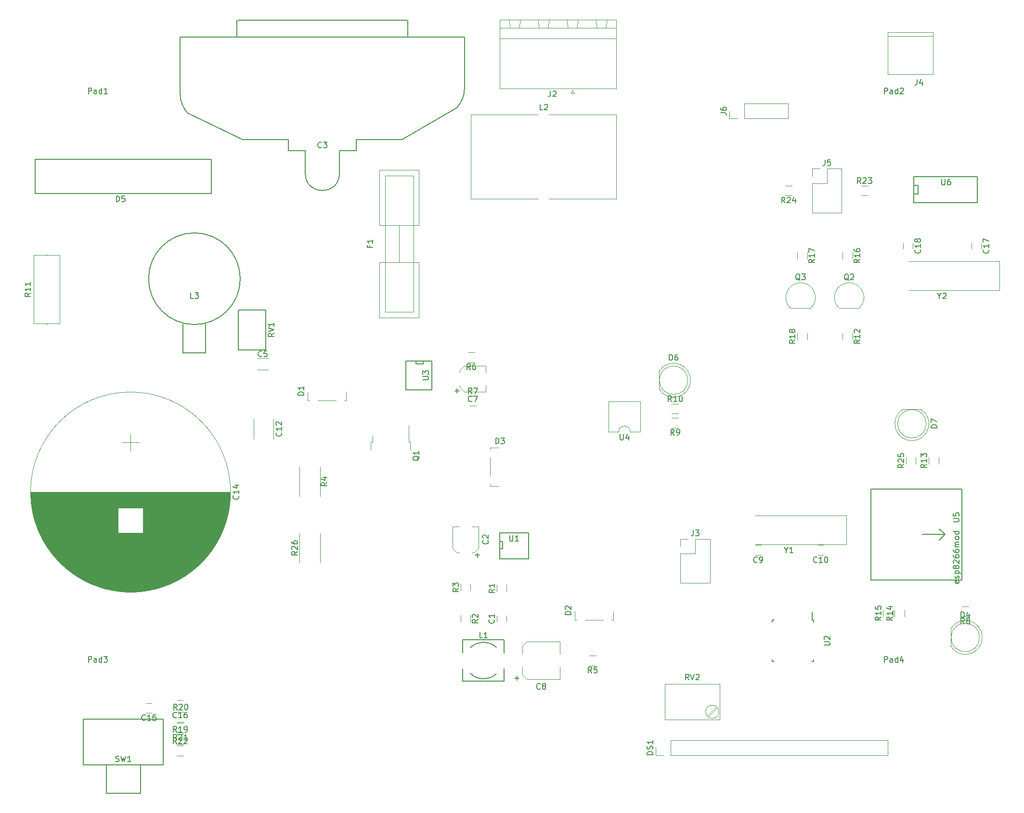
<source format=gbr>
G04 #@! TF.FileFunction,Legend,Top*
%FSLAX46Y46*%
G04 Gerber Fmt 4.6, Leading zero omitted, Abs format (unit mm)*
G04 Created by KiCad (PCBNEW 4.0.6) date Fri Jun  2 22:43:18 2017*
%MOMM*%
%LPD*%
G01*
G04 APERTURE LIST*
%ADD10C,0.100000*%
%ADD11C,0.120000*%
%ADD12C,0.150000*%
G04 APERTURE END LIST*
D10*
D11*
X129433000Y-100665000D02*
X129433000Y-99165000D01*
X129433000Y-99165000D02*
X129163000Y-99165000D01*
X129163000Y-99165000D02*
X129163000Y-96335000D01*
X122533000Y-100665000D02*
X122533000Y-99165000D01*
X122533000Y-99165000D02*
X122803000Y-99165000D01*
X122803000Y-99165000D02*
X122803000Y-98065000D01*
X144692000Y-129802000D02*
X144692000Y-130802000D01*
X146392000Y-130802000D02*
X146392000Y-129802000D01*
X137672000Y-118644000D02*
X138072000Y-118644000D01*
X136902000Y-114064000D02*
X138072000Y-114064000D01*
X141482000Y-114064000D02*
X140312000Y-114064000D01*
X140712000Y-118644000D02*
X140312000Y-118644000D01*
X141482000Y-117874000D02*
X141482000Y-114064000D01*
X141482000Y-117874000D02*
X140712000Y-118644000D01*
X136902000Y-117874000D02*
X136902000Y-114064000D01*
X136902000Y-117874000D02*
X137672000Y-118644000D01*
D12*
X111000000Y-52000000D02*
G75*
G03X117000000Y-52000000I3000000J0D01*
G01*
X90500000Y-41500000D02*
X100000000Y-46000000D01*
X100000000Y-46000000D02*
X108000000Y-46000000D01*
X108000000Y-46000000D02*
X108000000Y-48000000D01*
X108000000Y-48000000D02*
X111000000Y-48000000D01*
X111000000Y-48000000D02*
X111000000Y-52000000D01*
X117000000Y-52000000D02*
X117000000Y-48000000D01*
X117000000Y-48000000D02*
X120000000Y-48000000D01*
X120000000Y-48000000D02*
X120000000Y-46000000D01*
X120000000Y-46000000D02*
X128000000Y-46000000D01*
X128000000Y-46000000D02*
X137500000Y-40500000D01*
X90464466Y-41535534D02*
G75*
G02X89000000Y-38000000I3535534J3535534D01*
G01*
X137535534Y-40535534D02*
G75*
G03X139000000Y-37000000I-3535534J3535534D01*
G01*
X139000000Y-28000000D02*
X139000000Y-37000000D01*
X89000000Y-28000000D02*
X89000000Y-38000000D01*
X129000000Y-25000000D02*
X129000000Y-28000000D01*
X99000000Y-25000000D02*
X99000000Y-28000000D01*
X128900000Y-25000000D02*
X99100000Y-25000000D01*
X139000000Y-28000000D02*
X89000000Y-28000000D01*
D11*
X104500000Y-84480000D02*
X102500000Y-84480000D01*
X102500000Y-86520000D02*
X104500000Y-86520000D01*
X138172000Y-86618000D02*
X138172000Y-87018000D01*
X142752000Y-85848000D02*
X142752000Y-87018000D01*
X142752000Y-90428000D02*
X142752000Y-89258000D01*
X138172000Y-89658000D02*
X138172000Y-89258000D01*
X138942000Y-90428000D02*
X142752000Y-90428000D01*
X138942000Y-90428000D02*
X138172000Y-89658000D01*
X138942000Y-85848000D02*
X142752000Y-85848000D01*
X138942000Y-85848000D02*
X138172000Y-86618000D01*
X155794000Y-140968000D02*
X155794000Y-138788000D01*
X155794000Y-134368000D02*
X155794000Y-136548000D01*
X149194000Y-140208000D02*
X149194000Y-138788000D01*
X149194000Y-135128000D02*
X149194000Y-136548000D01*
X155794000Y-140968000D02*
X149954000Y-140968000D01*
X149954000Y-140968000D02*
X149194000Y-140208000D01*
X149194000Y-135128000D02*
X149954000Y-134368000D01*
X149954000Y-134368000D02*
X155794000Y-134368000D01*
X190132000Y-119064000D02*
X191132000Y-119064000D01*
X191132000Y-117364000D02*
X190132000Y-117364000D01*
X201132000Y-119064000D02*
X202132000Y-119064000D01*
X202132000Y-117364000D02*
X201132000Y-117364000D01*
X105362000Y-98722000D02*
X105362000Y-95122000D01*
X101902000Y-95122000D02*
X101902000Y-98722000D01*
X97814000Y-108030000D02*
X62714000Y-108030000D01*
X97814000Y-108070000D02*
X62714000Y-108070000D01*
X97814000Y-108110000D02*
X62714000Y-108110000D01*
X97814000Y-108150000D02*
X62714000Y-108150000D01*
X97814000Y-108190000D02*
X62714000Y-108190000D01*
X97813000Y-108230000D02*
X62715000Y-108230000D01*
X97813000Y-108270000D02*
X62715000Y-108270000D01*
X97812000Y-108310000D02*
X62716000Y-108310000D01*
X97812000Y-108350000D02*
X62716000Y-108350000D01*
X97811000Y-108390000D02*
X62717000Y-108390000D01*
X97810000Y-108430000D02*
X62718000Y-108430000D01*
X97809000Y-108470000D02*
X62719000Y-108470000D01*
X97808000Y-108510000D02*
X62720000Y-108510000D01*
X97807000Y-108550000D02*
X62721000Y-108550000D01*
X97806000Y-108590000D02*
X62722000Y-108590000D01*
X97804000Y-108630000D02*
X62724000Y-108630000D01*
X97803000Y-108670000D02*
X62725000Y-108670000D01*
X97801000Y-108710000D02*
X62727000Y-108710000D01*
X97800000Y-108751000D02*
X62728000Y-108751000D01*
X97798000Y-108791000D02*
X62730000Y-108791000D01*
X97796000Y-108831000D02*
X62732000Y-108831000D01*
X97794000Y-108871000D02*
X62734000Y-108871000D01*
X97792000Y-108911000D02*
X62736000Y-108911000D01*
X97790000Y-108951000D02*
X62738000Y-108951000D01*
X97788000Y-108991000D02*
X62740000Y-108991000D01*
X97786000Y-109031000D02*
X62742000Y-109031000D01*
X97784000Y-109071000D02*
X62744000Y-109071000D01*
X97781000Y-109111000D02*
X62747000Y-109111000D01*
X97779000Y-109151000D02*
X62749000Y-109151000D01*
X97776000Y-109191000D02*
X62752000Y-109191000D01*
X97774000Y-109231000D02*
X62754000Y-109231000D01*
X97771000Y-109271000D02*
X62757000Y-109271000D01*
X97768000Y-109311000D02*
X62760000Y-109311000D01*
X97765000Y-109351000D02*
X62763000Y-109351000D01*
X97762000Y-109391000D02*
X62766000Y-109391000D01*
X97759000Y-109431000D02*
X62769000Y-109431000D01*
X97755000Y-109471000D02*
X62773000Y-109471000D01*
X97752000Y-109511000D02*
X62776000Y-109511000D01*
X97749000Y-109551000D02*
X62779000Y-109551000D01*
X97745000Y-109591000D02*
X62783000Y-109591000D01*
X97742000Y-109631000D02*
X62786000Y-109631000D01*
X97738000Y-109671000D02*
X62790000Y-109671000D01*
X97734000Y-109711000D02*
X62794000Y-109711000D01*
X97730000Y-109751000D02*
X62798000Y-109751000D01*
X97726000Y-109791000D02*
X62802000Y-109791000D01*
X97722000Y-109831000D02*
X62806000Y-109831000D01*
X97718000Y-109871000D02*
X62810000Y-109871000D01*
X97714000Y-109911000D02*
X62814000Y-109911000D01*
X97709000Y-109951000D02*
X62819000Y-109951000D01*
X97705000Y-109991000D02*
X62823000Y-109991000D01*
X97700000Y-110031000D02*
X62828000Y-110031000D01*
X97696000Y-110071000D02*
X62832000Y-110071000D01*
X97691000Y-110111000D02*
X62837000Y-110111000D01*
X97686000Y-110151000D02*
X62842000Y-110151000D01*
X97681000Y-110191000D02*
X62847000Y-110191000D01*
X97676000Y-110231000D02*
X62852000Y-110231000D01*
X97671000Y-110271000D02*
X62857000Y-110271000D01*
X97666000Y-110311000D02*
X62862000Y-110311000D01*
X97661000Y-110351000D02*
X62867000Y-110351000D01*
X97655000Y-110391000D02*
X62873000Y-110391000D01*
X97650000Y-110431000D02*
X62878000Y-110431000D01*
X97644000Y-110471000D02*
X62884000Y-110471000D01*
X97639000Y-110511000D02*
X62889000Y-110511000D01*
X97633000Y-110551000D02*
X62895000Y-110551000D01*
X97627000Y-110591000D02*
X62901000Y-110591000D01*
X97621000Y-110631000D02*
X62907000Y-110631000D01*
X97615000Y-110671000D02*
X62913000Y-110671000D01*
X97609000Y-110711000D02*
X62919000Y-110711000D01*
X97603000Y-110751000D02*
X62925000Y-110751000D01*
X97597000Y-110791000D02*
X62931000Y-110791000D01*
X97590000Y-110831000D02*
X62938000Y-110831000D01*
X97584000Y-110871000D02*
X82444000Y-110871000D01*
X78084000Y-110871000D02*
X62944000Y-110871000D01*
X97577000Y-110911000D02*
X82444000Y-110911000D01*
X78084000Y-110911000D02*
X62951000Y-110911000D01*
X97570000Y-110951000D02*
X82444000Y-110951000D01*
X78084000Y-110951000D02*
X62958000Y-110951000D01*
X97564000Y-110991000D02*
X82444000Y-110991000D01*
X78084000Y-110991000D02*
X62964000Y-110991000D01*
X97557000Y-111031000D02*
X82444000Y-111031000D01*
X78084000Y-111031000D02*
X62971000Y-111031000D01*
X97550000Y-111071000D02*
X82444000Y-111071000D01*
X78084000Y-111071000D02*
X62978000Y-111071000D01*
X97543000Y-111111000D02*
X82444000Y-111111000D01*
X78084000Y-111111000D02*
X62985000Y-111111000D01*
X97536000Y-111151000D02*
X82444000Y-111151000D01*
X78084000Y-111151000D02*
X62992000Y-111151000D01*
X97528000Y-111191000D02*
X82444000Y-111191000D01*
X78084000Y-111191000D02*
X63000000Y-111191000D01*
X97521000Y-111231000D02*
X82444000Y-111231000D01*
X78084000Y-111231000D02*
X63007000Y-111231000D01*
X97514000Y-111271000D02*
X82444000Y-111271000D01*
X78084000Y-111271000D02*
X63014000Y-111271000D01*
X97506000Y-111311000D02*
X82444000Y-111311000D01*
X78084000Y-111311000D02*
X63022000Y-111311000D01*
X97498000Y-111351000D02*
X82444000Y-111351000D01*
X78084000Y-111351000D02*
X63030000Y-111351000D01*
X97491000Y-111391000D02*
X82444000Y-111391000D01*
X78084000Y-111391000D02*
X63037000Y-111391000D01*
X97483000Y-111431000D02*
X82444000Y-111431000D01*
X78084000Y-111431000D02*
X63045000Y-111431000D01*
X97475000Y-111471000D02*
X82444000Y-111471000D01*
X78084000Y-111471000D02*
X63053000Y-111471000D01*
X97467000Y-111511000D02*
X82444000Y-111511000D01*
X78084000Y-111511000D02*
X63061000Y-111511000D01*
X97459000Y-111551000D02*
X82444000Y-111551000D01*
X78084000Y-111551000D02*
X63069000Y-111551000D01*
X97450000Y-111591000D02*
X82444000Y-111591000D01*
X78084000Y-111591000D02*
X63078000Y-111591000D01*
X97442000Y-111631000D02*
X82444000Y-111631000D01*
X78084000Y-111631000D02*
X63086000Y-111631000D01*
X97434000Y-111671000D02*
X82444000Y-111671000D01*
X78084000Y-111671000D02*
X63094000Y-111671000D01*
X97425000Y-111711000D02*
X82444000Y-111711000D01*
X78084000Y-111711000D02*
X63103000Y-111711000D01*
X97417000Y-111751000D02*
X82444000Y-111751000D01*
X78084000Y-111751000D02*
X63111000Y-111751000D01*
X97408000Y-111791000D02*
X82444000Y-111791000D01*
X78084000Y-111791000D02*
X63120000Y-111791000D01*
X97399000Y-111831000D02*
X82444000Y-111831000D01*
X78084000Y-111831000D02*
X63129000Y-111831000D01*
X97390000Y-111871000D02*
X82444000Y-111871000D01*
X78084000Y-111871000D02*
X63138000Y-111871000D01*
X97381000Y-111911000D02*
X82444000Y-111911000D01*
X78084000Y-111911000D02*
X63147000Y-111911000D01*
X97372000Y-111951000D02*
X82444000Y-111951000D01*
X78084000Y-111951000D02*
X63156000Y-111951000D01*
X97363000Y-111991000D02*
X82444000Y-111991000D01*
X78084000Y-111991000D02*
X63165000Y-111991000D01*
X97354000Y-112031000D02*
X82444000Y-112031000D01*
X78084000Y-112031000D02*
X63174000Y-112031000D01*
X97344000Y-112071000D02*
X82444000Y-112071000D01*
X78084000Y-112071000D02*
X63184000Y-112071000D01*
X97335000Y-112111000D02*
X82444000Y-112111000D01*
X78084000Y-112111000D02*
X63193000Y-112111000D01*
X97325000Y-112151000D02*
X82444000Y-112151000D01*
X78084000Y-112151000D02*
X63203000Y-112151000D01*
X97316000Y-112191000D02*
X82444000Y-112191000D01*
X78084000Y-112191000D02*
X63212000Y-112191000D01*
X97306000Y-112231000D02*
X82444000Y-112231000D01*
X78084000Y-112231000D02*
X63222000Y-112231000D01*
X97296000Y-112271000D02*
X82444000Y-112271000D01*
X78084000Y-112271000D02*
X63232000Y-112271000D01*
X97286000Y-112311000D02*
X82444000Y-112311000D01*
X78084000Y-112311000D02*
X63242000Y-112311000D01*
X97276000Y-112351000D02*
X82444000Y-112351000D01*
X78084000Y-112351000D02*
X63252000Y-112351000D01*
X97266000Y-112391000D02*
X82444000Y-112391000D01*
X78084000Y-112391000D02*
X63262000Y-112391000D01*
X97255000Y-112431000D02*
X82444000Y-112431000D01*
X78084000Y-112431000D02*
X63273000Y-112431000D01*
X97245000Y-112471000D02*
X82444000Y-112471000D01*
X78084000Y-112471000D02*
X63283000Y-112471000D01*
X97234000Y-112511000D02*
X82444000Y-112511000D01*
X78084000Y-112511000D02*
X63294000Y-112511000D01*
X97224000Y-112551000D02*
X82444000Y-112551000D01*
X78084000Y-112551000D02*
X63304000Y-112551000D01*
X97213000Y-112591000D02*
X82444000Y-112591000D01*
X78084000Y-112591000D02*
X63315000Y-112591000D01*
X97202000Y-112631000D02*
X82444000Y-112631000D01*
X78084000Y-112631000D02*
X63326000Y-112631000D01*
X97191000Y-112671000D02*
X82444000Y-112671000D01*
X78084000Y-112671000D02*
X63337000Y-112671000D01*
X97180000Y-112711000D02*
X82444000Y-112711000D01*
X78084000Y-112711000D02*
X63348000Y-112711000D01*
X97169000Y-112751000D02*
X82444000Y-112751000D01*
X78084000Y-112751000D02*
X63359000Y-112751000D01*
X97158000Y-112791000D02*
X82444000Y-112791000D01*
X78084000Y-112791000D02*
X63370000Y-112791000D01*
X97147000Y-112831000D02*
X82444000Y-112831000D01*
X78084000Y-112831000D02*
X63381000Y-112831000D01*
X97136000Y-112871000D02*
X82444000Y-112871000D01*
X78084000Y-112871000D02*
X63392000Y-112871000D01*
X97124000Y-112911000D02*
X82444000Y-112911000D01*
X78084000Y-112911000D02*
X63404000Y-112911000D01*
X97112000Y-112951000D02*
X82444000Y-112951000D01*
X78084000Y-112951000D02*
X63416000Y-112951000D01*
X97101000Y-112991000D02*
X82444000Y-112991000D01*
X78084000Y-112991000D02*
X63427000Y-112991000D01*
X97089000Y-113031000D02*
X82444000Y-113031000D01*
X78084000Y-113031000D02*
X63439000Y-113031000D01*
X97077000Y-113071000D02*
X82444000Y-113071000D01*
X78084000Y-113071000D02*
X63451000Y-113071000D01*
X97065000Y-113111000D02*
X82444000Y-113111000D01*
X78084000Y-113111000D02*
X63463000Y-113111000D01*
X97053000Y-113151000D02*
X82444000Y-113151000D01*
X78084000Y-113151000D02*
X63475000Y-113151000D01*
X97041000Y-113191000D02*
X82444000Y-113191000D01*
X78084000Y-113191000D02*
X63487000Y-113191000D01*
X97028000Y-113231000D02*
X82444000Y-113231000D01*
X78084000Y-113231000D02*
X63500000Y-113231000D01*
X97016000Y-113271000D02*
X82444000Y-113271000D01*
X78084000Y-113271000D02*
X63512000Y-113271000D01*
X97003000Y-113311000D02*
X82444000Y-113311000D01*
X78084000Y-113311000D02*
X63525000Y-113311000D01*
X96991000Y-113351000D02*
X82444000Y-113351000D01*
X78084000Y-113351000D02*
X63537000Y-113351000D01*
X96978000Y-113391000D02*
X82444000Y-113391000D01*
X78084000Y-113391000D02*
X63550000Y-113391000D01*
X96965000Y-113431000D02*
X82444000Y-113431000D01*
X78084000Y-113431000D02*
X63563000Y-113431000D01*
X96952000Y-113471000D02*
X82444000Y-113471000D01*
X78084000Y-113471000D02*
X63576000Y-113471000D01*
X96939000Y-113511000D02*
X82444000Y-113511000D01*
X78084000Y-113511000D02*
X63589000Y-113511000D01*
X96926000Y-113551000D02*
X82444000Y-113551000D01*
X78084000Y-113551000D02*
X63602000Y-113551000D01*
X96913000Y-113591000D02*
X82444000Y-113591000D01*
X78084000Y-113591000D02*
X63615000Y-113591000D01*
X96899000Y-113631000D02*
X82444000Y-113631000D01*
X78084000Y-113631000D02*
X63629000Y-113631000D01*
X96886000Y-113671000D02*
X82444000Y-113671000D01*
X78084000Y-113671000D02*
X63642000Y-113671000D01*
X96872000Y-113711000D02*
X82444000Y-113711000D01*
X78084000Y-113711000D02*
X63656000Y-113711000D01*
X96858000Y-113751000D02*
X82444000Y-113751000D01*
X78084000Y-113751000D02*
X63670000Y-113751000D01*
X96845000Y-113791000D02*
X82444000Y-113791000D01*
X78084000Y-113791000D02*
X63683000Y-113791000D01*
X96831000Y-113831000D02*
X82444000Y-113831000D01*
X78084000Y-113831000D02*
X63697000Y-113831000D01*
X96817000Y-113871000D02*
X82444000Y-113871000D01*
X78084000Y-113871000D02*
X63711000Y-113871000D01*
X96803000Y-113911000D02*
X82444000Y-113911000D01*
X78084000Y-113911000D02*
X63725000Y-113911000D01*
X96788000Y-113951000D02*
X82444000Y-113951000D01*
X78084000Y-113951000D02*
X63740000Y-113951000D01*
X96774000Y-113991000D02*
X82444000Y-113991000D01*
X78084000Y-113991000D02*
X63754000Y-113991000D01*
X96760000Y-114031000D02*
X82444000Y-114031000D01*
X78084000Y-114031000D02*
X63768000Y-114031000D01*
X96745000Y-114071000D02*
X82444000Y-114071000D01*
X78084000Y-114071000D02*
X63783000Y-114071000D01*
X96730000Y-114111000D02*
X82444000Y-114111000D01*
X78084000Y-114111000D02*
X63798000Y-114111000D01*
X96716000Y-114151000D02*
X82444000Y-114151000D01*
X78084000Y-114151000D02*
X63812000Y-114151000D01*
X96701000Y-114191000D02*
X82444000Y-114191000D01*
X78084000Y-114191000D02*
X63827000Y-114191000D01*
X96686000Y-114231000D02*
X82444000Y-114231000D01*
X78084000Y-114231000D02*
X63842000Y-114231000D01*
X96670000Y-114271000D02*
X82444000Y-114271000D01*
X78084000Y-114271000D02*
X63858000Y-114271000D01*
X96655000Y-114311000D02*
X82444000Y-114311000D01*
X78084000Y-114311000D02*
X63873000Y-114311000D01*
X96640000Y-114351000D02*
X82444000Y-114351000D01*
X78084000Y-114351000D02*
X63888000Y-114351000D01*
X96624000Y-114391000D02*
X82444000Y-114391000D01*
X78084000Y-114391000D02*
X63904000Y-114391000D01*
X96609000Y-114431000D02*
X82444000Y-114431000D01*
X78084000Y-114431000D02*
X63919000Y-114431000D01*
X96593000Y-114471000D02*
X82444000Y-114471000D01*
X78084000Y-114471000D02*
X63935000Y-114471000D01*
X96577000Y-114511000D02*
X82444000Y-114511000D01*
X78084000Y-114511000D02*
X63951000Y-114511000D01*
X96562000Y-114551000D02*
X82444000Y-114551000D01*
X78084000Y-114551000D02*
X63966000Y-114551000D01*
X96545000Y-114591000D02*
X82444000Y-114591000D01*
X78084000Y-114591000D02*
X63983000Y-114591000D01*
X96529000Y-114631000D02*
X82444000Y-114631000D01*
X78084000Y-114631000D02*
X63999000Y-114631000D01*
X96513000Y-114671000D02*
X82444000Y-114671000D01*
X78084000Y-114671000D02*
X64015000Y-114671000D01*
X96497000Y-114711000D02*
X82444000Y-114711000D01*
X78084000Y-114711000D02*
X64031000Y-114711000D01*
X96480000Y-114751000D02*
X82444000Y-114751000D01*
X78084000Y-114751000D02*
X64048000Y-114751000D01*
X96464000Y-114791000D02*
X82444000Y-114791000D01*
X78084000Y-114791000D02*
X64064000Y-114791000D01*
X96447000Y-114831000D02*
X82444000Y-114831000D01*
X78084000Y-114831000D02*
X64081000Y-114831000D01*
X96430000Y-114871000D02*
X82444000Y-114871000D01*
X78084000Y-114871000D02*
X64098000Y-114871000D01*
X96413000Y-114911000D02*
X82444000Y-114911000D01*
X78084000Y-114911000D02*
X64115000Y-114911000D01*
X96396000Y-114951000D02*
X82444000Y-114951000D01*
X78084000Y-114951000D02*
X64132000Y-114951000D01*
X96379000Y-114991000D02*
X82444000Y-114991000D01*
X78084000Y-114991000D02*
X64149000Y-114991000D01*
X96362000Y-115031000D02*
X82444000Y-115031000D01*
X78084000Y-115031000D02*
X64166000Y-115031000D01*
X96344000Y-115071000D02*
X82444000Y-115071000D01*
X78084000Y-115071000D02*
X64184000Y-115071000D01*
X96327000Y-115111000D02*
X82444000Y-115111000D01*
X78084000Y-115111000D02*
X64201000Y-115111000D01*
X96309000Y-115151000D02*
X82444000Y-115151000D01*
X78084000Y-115151000D02*
X64219000Y-115151000D01*
X96291000Y-115191000D02*
X82444000Y-115191000D01*
X78084000Y-115191000D02*
X64237000Y-115191000D01*
X96273000Y-115231000D02*
X64255000Y-115231000D01*
X96255000Y-115271000D02*
X64273000Y-115271000D01*
X96237000Y-115311000D02*
X64291000Y-115311000D01*
X96219000Y-115351000D02*
X64309000Y-115351000D01*
X96201000Y-115391000D02*
X64327000Y-115391000D01*
X96182000Y-115431000D02*
X64346000Y-115431000D01*
X96164000Y-115471000D02*
X64364000Y-115471000D01*
X96145000Y-115511000D02*
X64383000Y-115511000D01*
X96126000Y-115551000D02*
X64402000Y-115551000D01*
X96107000Y-115591000D02*
X64421000Y-115591000D01*
X96088000Y-115631000D02*
X64440000Y-115631000D01*
X96069000Y-115671000D02*
X64459000Y-115671000D01*
X96049000Y-115711000D02*
X64479000Y-115711000D01*
X96030000Y-115751000D02*
X64498000Y-115751000D01*
X96010000Y-115791000D02*
X64518000Y-115791000D01*
X95991000Y-115831000D02*
X64537000Y-115831000D01*
X95971000Y-115871000D02*
X64557000Y-115871000D01*
X95951000Y-115911000D02*
X64577000Y-115911000D01*
X95931000Y-115951000D02*
X64597000Y-115951000D01*
X95910000Y-115991000D02*
X64618000Y-115991000D01*
X95890000Y-116031000D02*
X64638000Y-116031000D01*
X95870000Y-116071000D02*
X64658000Y-116071000D01*
X95849000Y-116111000D02*
X64679000Y-116111000D01*
X95828000Y-116151000D02*
X64700000Y-116151000D01*
X95807000Y-116191000D02*
X64721000Y-116191000D01*
X95786000Y-116230000D02*
X64742000Y-116230000D01*
X95765000Y-116270000D02*
X64763000Y-116270000D01*
X95744000Y-116310000D02*
X64784000Y-116310000D01*
X95722000Y-116350000D02*
X64806000Y-116350000D01*
X95701000Y-116390000D02*
X64827000Y-116390000D01*
X95679000Y-116430000D02*
X64849000Y-116430000D01*
X95657000Y-116470000D02*
X64871000Y-116470000D01*
X95635000Y-116510000D02*
X64893000Y-116510000D01*
X95613000Y-116550000D02*
X64915000Y-116550000D01*
X95591000Y-116590000D02*
X64937000Y-116590000D01*
X95569000Y-116630000D02*
X64959000Y-116630000D01*
X95546000Y-116670000D02*
X64982000Y-116670000D01*
X95524000Y-116710000D02*
X65004000Y-116710000D01*
X95501000Y-116750000D02*
X65027000Y-116750000D01*
X95478000Y-116790000D02*
X65050000Y-116790000D01*
X95455000Y-116830000D02*
X65073000Y-116830000D01*
X95432000Y-116870000D02*
X65096000Y-116870000D01*
X95408000Y-116910000D02*
X65120000Y-116910000D01*
X95385000Y-116950000D02*
X65143000Y-116950000D01*
X95361000Y-116990000D02*
X65167000Y-116990000D01*
X95338000Y-117030000D02*
X65190000Y-117030000D01*
X95314000Y-117070000D02*
X65214000Y-117070000D01*
X95290000Y-117110000D02*
X65238000Y-117110000D01*
X95266000Y-117150000D02*
X65262000Y-117150000D01*
X95241000Y-117190000D02*
X65287000Y-117190000D01*
X95217000Y-117230000D02*
X65311000Y-117230000D01*
X95192000Y-117270000D02*
X65336000Y-117270000D01*
X95167000Y-117310000D02*
X65361000Y-117310000D01*
X95142000Y-117350000D02*
X65386000Y-117350000D01*
X95117000Y-117390000D02*
X65411000Y-117390000D01*
X95092000Y-117430000D02*
X65436000Y-117430000D01*
X95067000Y-117470000D02*
X65461000Y-117470000D01*
X95041000Y-117510000D02*
X65487000Y-117510000D01*
X95016000Y-117550000D02*
X65512000Y-117550000D01*
X94990000Y-117590000D02*
X65538000Y-117590000D01*
X94964000Y-117630000D02*
X65564000Y-117630000D01*
X94938000Y-117670000D02*
X65590000Y-117670000D01*
X94911000Y-117710000D02*
X65617000Y-117710000D01*
X94885000Y-117750000D02*
X65643000Y-117750000D01*
X94858000Y-117790000D02*
X65670000Y-117790000D01*
X94832000Y-117830000D02*
X65696000Y-117830000D01*
X94805000Y-117870000D02*
X65723000Y-117870000D01*
X94778000Y-117910000D02*
X65750000Y-117910000D01*
X94750000Y-117950000D02*
X65778000Y-117950000D01*
X94723000Y-117990000D02*
X65805000Y-117990000D01*
X94695000Y-118030000D02*
X65833000Y-118030000D01*
X94668000Y-118070000D02*
X65860000Y-118070000D01*
X94640000Y-118110000D02*
X65888000Y-118110000D01*
X94612000Y-118150000D02*
X65916000Y-118150000D01*
X94584000Y-118190000D02*
X65944000Y-118190000D01*
X94555000Y-118230000D02*
X65973000Y-118230000D01*
X94527000Y-118270000D02*
X66001000Y-118270000D01*
X94498000Y-118310000D02*
X66030000Y-118310000D01*
X94469000Y-118350000D02*
X66059000Y-118350000D01*
X94440000Y-118390000D02*
X66088000Y-118390000D01*
X94411000Y-118430000D02*
X66117000Y-118430000D01*
X94381000Y-118470000D02*
X66147000Y-118470000D01*
X94352000Y-118510000D02*
X66176000Y-118510000D01*
X94322000Y-118550000D02*
X66206000Y-118550000D01*
X94292000Y-118590000D02*
X66236000Y-118590000D01*
X94262000Y-118630000D02*
X66266000Y-118630000D01*
X94232000Y-118670000D02*
X66296000Y-118670000D01*
X94201000Y-118710000D02*
X66327000Y-118710000D01*
X94170000Y-118750000D02*
X66358000Y-118750000D01*
X94140000Y-118790000D02*
X66388000Y-118790000D01*
X94109000Y-118830000D02*
X66419000Y-118830000D01*
X94077000Y-118870000D02*
X66451000Y-118870000D01*
X94046000Y-118910000D02*
X66482000Y-118910000D01*
X94014000Y-118950000D02*
X66514000Y-118950000D01*
X93983000Y-118990000D02*
X66545000Y-118990000D01*
X93951000Y-119030000D02*
X66577000Y-119030000D01*
X93919000Y-119070000D02*
X66609000Y-119070000D01*
X93886000Y-119110000D02*
X66642000Y-119110000D01*
X93854000Y-119150000D02*
X66674000Y-119150000D01*
X93821000Y-119190000D02*
X66707000Y-119190000D01*
X93788000Y-119230000D02*
X66740000Y-119230000D01*
X93755000Y-119270000D02*
X66773000Y-119270000D01*
X93722000Y-119310000D02*
X66806000Y-119310000D01*
X93688000Y-119350000D02*
X66840000Y-119350000D01*
X93654000Y-119390000D02*
X66874000Y-119390000D01*
X93620000Y-119430000D02*
X66908000Y-119430000D01*
X93586000Y-119470000D02*
X66942000Y-119470000D01*
X93552000Y-119510000D02*
X66976000Y-119510000D01*
X93517000Y-119550000D02*
X67011000Y-119550000D01*
X93482000Y-119590000D02*
X67046000Y-119590000D01*
X93448000Y-119630000D02*
X67080000Y-119630000D01*
X93412000Y-119670000D02*
X67116000Y-119670000D01*
X93377000Y-119710000D02*
X67151000Y-119710000D01*
X93341000Y-119750000D02*
X67187000Y-119750000D01*
X93305000Y-119790000D02*
X67223000Y-119790000D01*
X93269000Y-119830000D02*
X67259000Y-119830000D01*
X93233000Y-119870000D02*
X67295000Y-119870000D01*
X93197000Y-119910000D02*
X67331000Y-119910000D01*
X93160000Y-119950000D02*
X67368000Y-119950000D01*
X93123000Y-119990000D02*
X67405000Y-119990000D01*
X93086000Y-120030000D02*
X67442000Y-120030000D01*
X93048000Y-120070000D02*
X67480000Y-120070000D01*
X93010000Y-120110000D02*
X67518000Y-120110000D01*
X92973000Y-120150000D02*
X67555000Y-120150000D01*
X92934000Y-120190000D02*
X67594000Y-120190000D01*
X92896000Y-120230000D02*
X67632000Y-120230000D01*
X92857000Y-120270000D02*
X67671000Y-120270000D01*
X92819000Y-120310000D02*
X67709000Y-120310000D01*
X92779000Y-120350000D02*
X67749000Y-120350000D01*
X92740000Y-120390000D02*
X67788000Y-120390000D01*
X92700000Y-120430000D02*
X67828000Y-120430000D01*
X92661000Y-120470000D02*
X67867000Y-120470000D01*
X92620000Y-120510000D02*
X67908000Y-120510000D01*
X92580000Y-120550000D02*
X67948000Y-120550000D01*
X92539000Y-120590000D02*
X67989000Y-120590000D01*
X92498000Y-120630000D02*
X68030000Y-120630000D01*
X92457000Y-120670000D02*
X68071000Y-120670000D01*
X92416000Y-120710000D02*
X68112000Y-120710000D01*
X92374000Y-120750000D02*
X68154000Y-120750000D01*
X92332000Y-120790000D02*
X68196000Y-120790000D01*
X92290000Y-120830000D02*
X68238000Y-120830000D01*
X92247000Y-120870000D02*
X68281000Y-120870000D01*
X92204000Y-120910000D02*
X68324000Y-120910000D01*
X92161000Y-120950000D02*
X68367000Y-120950000D01*
X92118000Y-120990000D02*
X68410000Y-120990000D01*
X92074000Y-121030000D02*
X68454000Y-121030000D01*
X92030000Y-121070000D02*
X68498000Y-121070000D01*
X91986000Y-121110000D02*
X68542000Y-121110000D01*
X91941000Y-121150000D02*
X68587000Y-121150000D01*
X91896000Y-121190000D02*
X68632000Y-121190000D01*
X91851000Y-121230000D02*
X68677000Y-121230000D01*
X91805000Y-121270000D02*
X68723000Y-121270000D01*
X91759000Y-121310000D02*
X68769000Y-121310000D01*
X91713000Y-121350000D02*
X68815000Y-121350000D01*
X91666000Y-121390000D02*
X68862000Y-121390000D01*
X91620000Y-121430000D02*
X68908000Y-121430000D01*
X91572000Y-121470000D02*
X68956000Y-121470000D01*
X91525000Y-121510000D02*
X69003000Y-121510000D01*
X91477000Y-121550000D02*
X69051000Y-121550000D01*
X91429000Y-121590000D02*
X69099000Y-121590000D01*
X91380000Y-121630000D02*
X69148000Y-121630000D01*
X91331000Y-121670000D02*
X69197000Y-121670000D01*
X91282000Y-121710000D02*
X69246000Y-121710000D01*
X91232000Y-121750000D02*
X69296000Y-121750000D01*
X91182000Y-121790000D02*
X69346000Y-121790000D01*
X91132000Y-121830000D02*
X69396000Y-121830000D01*
X91081000Y-121870000D02*
X69447000Y-121870000D01*
X91030000Y-121910000D02*
X69498000Y-121910000D01*
X90978000Y-121950000D02*
X69550000Y-121950000D01*
X90926000Y-121990000D02*
X69602000Y-121990000D01*
X90874000Y-122030000D02*
X69654000Y-122030000D01*
X90821000Y-122070000D02*
X69707000Y-122070000D01*
X90768000Y-122110000D02*
X69760000Y-122110000D01*
X90714000Y-122150000D02*
X69814000Y-122150000D01*
X90660000Y-122190000D02*
X69868000Y-122190000D01*
X90606000Y-122230000D02*
X69922000Y-122230000D01*
X90551000Y-122270000D02*
X69977000Y-122270000D01*
X90495000Y-122310000D02*
X70033000Y-122310000D01*
X90439000Y-122350000D02*
X70089000Y-122350000D01*
X90383000Y-122390000D02*
X70145000Y-122390000D01*
X90326000Y-122430000D02*
X70202000Y-122430000D01*
X90269000Y-122470000D02*
X70259000Y-122470000D01*
X90211000Y-122510000D02*
X70317000Y-122510000D01*
X90153000Y-122550000D02*
X70375000Y-122550000D01*
X90094000Y-122590000D02*
X70434000Y-122590000D01*
X90035000Y-122630000D02*
X70493000Y-122630000D01*
X89975000Y-122670000D02*
X70553000Y-122670000D01*
X89915000Y-122710000D02*
X70613000Y-122710000D01*
X89854000Y-122750000D02*
X70674000Y-122750000D01*
X89793000Y-122790000D02*
X70735000Y-122790000D01*
X89731000Y-122830000D02*
X70797000Y-122830000D01*
X89668000Y-122870000D02*
X70860000Y-122870000D01*
X89605000Y-122910000D02*
X70923000Y-122910000D01*
X89541000Y-122950000D02*
X70987000Y-122950000D01*
X89477000Y-122990000D02*
X71051000Y-122990000D01*
X89412000Y-123030000D02*
X71116000Y-123030000D01*
X89346000Y-123070000D02*
X71182000Y-123070000D01*
X89280000Y-123110000D02*
X71248000Y-123110000D01*
X89213000Y-123150000D02*
X71315000Y-123150000D01*
X89145000Y-123190000D02*
X71383000Y-123190000D01*
X89077000Y-123230000D02*
X71451000Y-123230000D01*
X89008000Y-123270000D02*
X71520000Y-123270000D01*
X88938000Y-123310000D02*
X71590000Y-123310000D01*
X88868000Y-123350000D02*
X71660000Y-123350000D01*
X88796000Y-123390000D02*
X71732000Y-123390000D01*
X88724000Y-123430000D02*
X71804000Y-123430000D01*
X88652000Y-123470000D02*
X71876000Y-123470000D01*
X88578000Y-123510000D02*
X71950000Y-123510000D01*
X88503000Y-123550000D02*
X72025000Y-123550000D01*
X88428000Y-123590000D02*
X72100000Y-123590000D01*
X88351000Y-123630000D02*
X72177000Y-123630000D01*
X88274000Y-123670000D02*
X72254000Y-123670000D01*
X88196000Y-123710000D02*
X72332000Y-123710000D01*
X88117000Y-123750000D02*
X72411000Y-123750000D01*
X88037000Y-123790000D02*
X72491000Y-123790000D01*
X87955000Y-123830000D02*
X72573000Y-123830000D01*
X87873000Y-123870000D02*
X72655000Y-123870000D01*
X87790000Y-123910000D02*
X72738000Y-123910000D01*
X87705000Y-123950000D02*
X72823000Y-123950000D01*
X87620000Y-123990000D02*
X72908000Y-123990000D01*
X87533000Y-124030000D02*
X72995000Y-124030000D01*
X87444000Y-124070000D02*
X73084000Y-124070000D01*
X87355000Y-124110000D02*
X73173000Y-124110000D01*
X87264000Y-124150000D02*
X73264000Y-124150000D01*
X87172000Y-124190000D02*
X73356000Y-124190000D01*
X87078000Y-124230000D02*
X73450000Y-124230000D01*
X86982000Y-124270000D02*
X73546000Y-124270000D01*
X86886000Y-124310000D02*
X73642000Y-124310000D01*
X86787000Y-124350000D02*
X73741000Y-124350000D01*
X86687000Y-124390000D02*
X73841000Y-124390000D01*
X86584000Y-124430000D02*
X73944000Y-124430000D01*
X86480000Y-124470000D02*
X74048000Y-124470000D01*
X86374000Y-124510000D02*
X74154000Y-124510000D01*
X86266000Y-124550000D02*
X74262000Y-124550000D01*
X86155000Y-124590000D02*
X74373000Y-124590000D01*
X86042000Y-124630000D02*
X74486000Y-124630000D01*
X85927000Y-124670000D02*
X74601000Y-124670000D01*
X85809000Y-124710000D02*
X74719000Y-124710000D01*
X85688000Y-124750000D02*
X74840000Y-124750000D01*
X85564000Y-124790000D02*
X74964000Y-124790000D01*
X85437000Y-124830000D02*
X75091000Y-124830000D01*
X85306000Y-124870000D02*
X75222000Y-124870000D01*
X85172000Y-124910000D02*
X75356000Y-124910000D01*
X85033000Y-124950000D02*
X75495000Y-124950000D01*
X84890000Y-124990000D02*
X75638000Y-124990000D01*
X84742000Y-125030000D02*
X75786000Y-125030000D01*
X84589000Y-125070000D02*
X75939000Y-125070000D01*
X84429000Y-125110000D02*
X76099000Y-125110000D01*
X84264000Y-125150000D02*
X76264000Y-125150000D01*
X84090000Y-125190000D02*
X76438000Y-125190000D01*
X83908000Y-125230000D02*
X76620000Y-125230000D01*
X83716000Y-125270000D02*
X76812000Y-125270000D01*
X83512000Y-125310000D02*
X77016000Y-125310000D01*
X83295000Y-125350000D02*
X77233000Y-125350000D01*
X83060000Y-125390000D02*
X77468000Y-125390000D01*
X82803000Y-125430000D02*
X77725000Y-125430000D01*
X82517000Y-125470000D02*
X78011000Y-125470000D01*
X82189000Y-125510000D02*
X78339000Y-125510000D01*
X81792000Y-125550000D02*
X78736000Y-125550000D01*
X81251000Y-125590000D02*
X79277000Y-125590000D01*
X80264000Y-97830000D02*
X80264000Y-100830000D01*
X81764000Y-99330000D02*
X78764000Y-99330000D01*
X97854000Y-108030000D02*
G75*
G03X97854000Y-108030000I-17590000J0D01*
G01*
X83000000Y-146850000D02*
X84000000Y-146850000D01*
X84000000Y-145150000D02*
X83000000Y-145150000D01*
X88500000Y-146392000D02*
X89500000Y-146392000D01*
X89500000Y-144692000D02*
X88500000Y-144692000D01*
X229850000Y-65250000D02*
X229850000Y-64250000D01*
X228150000Y-64250000D02*
X228150000Y-65250000D01*
X217850000Y-65250000D02*
X217850000Y-64250000D01*
X216150000Y-64250000D02*
X216150000Y-65250000D01*
X230066000Y-133604462D02*
G75*
G03X224516000Y-132059170I-2990000J462D01*
G01*
X230066000Y-133603538D02*
G75*
G02X224516000Y-135148830I-2990000J-462D01*
G01*
X229576000Y-133604000D02*
G75*
G03X229576000Y-133604000I-2500000J0D01*
G01*
X224516000Y-132059000D02*
X224516000Y-135149000D01*
D12*
X94500000Y-49500000D02*
X63500000Y-49500000D01*
X63500000Y-49500000D02*
X63500000Y-55500000D01*
X63500000Y-55500000D02*
X94500000Y-55500000D01*
X94500000Y-55500000D02*
X94500000Y-49500000D01*
D11*
X178765000Y-88352962D02*
G75*
G03X173215000Y-86807670I-2990000J462D01*
G01*
X178765000Y-88352038D02*
G75*
G02X173215000Y-89897330I-2990000J-462D01*
G01*
X178275000Y-88352500D02*
G75*
G03X178275000Y-88352500I-2500000J0D01*
G01*
X173215000Y-86807500D02*
X173215000Y-89897500D01*
X217677538Y-99002000D02*
G75*
G03X219222830Y-93452000I462J2990000D01*
G01*
X217678462Y-99002000D02*
G75*
G02X216133170Y-93452000I-462J2990000D01*
G01*
X220178000Y-96012000D02*
G75*
G03X220178000Y-96012000I-2500000J0D01*
G01*
X219223000Y-93452000D02*
X216133000Y-93452000D01*
X175250000Y-154330000D02*
X213410000Y-154330000D01*
X213410000Y-154330000D02*
X213410000Y-151670000D01*
X213410000Y-151670000D02*
X175250000Y-151670000D01*
X175250000Y-151670000D02*
X175250000Y-154330000D01*
X173980000Y-154330000D02*
X172650000Y-154330000D01*
X172650000Y-154330000D02*
X172650000Y-153000000D01*
X127508000Y-61092000D02*
X127508000Y-67592000D01*
X124008000Y-61092000D02*
X131008000Y-61092000D01*
X131008000Y-52342000D02*
X131008000Y-61092000D01*
X124008000Y-52342000D02*
X124008000Y-61092000D01*
X130008000Y-75092000D02*
X130008000Y-76342000D01*
X125008000Y-74842000D02*
X125008000Y-76342000D01*
X130008000Y-62842000D02*
X130008000Y-75092000D01*
X125008000Y-63092000D02*
X125008000Y-74842000D01*
X130008000Y-52342000D02*
X130008000Y-62842000D01*
X125008000Y-52342000D02*
X125008000Y-63092000D01*
X125008000Y-52342000D02*
X130008000Y-52342000D01*
X124008000Y-51342000D02*
X124008000Y-52342000D01*
X124008000Y-51342000D02*
X131008000Y-51342000D01*
X131008000Y-51342000D02*
X131008000Y-52342000D01*
X125008000Y-76342000D02*
X130008000Y-76342000D01*
X124008000Y-67592000D02*
X124008000Y-77342000D01*
X124008000Y-77342000D02*
X131008000Y-77342000D01*
X131008000Y-67592000D02*
X131008000Y-77342000D01*
X124008000Y-67592000D02*
X131008000Y-67592000D01*
X165700000Y-37080000D02*
X165700000Y-24920000D01*
X165700000Y-24920000D02*
X145220000Y-24920000D01*
X145220000Y-24920000D02*
X145220000Y-37080000D01*
X145220000Y-37080000D02*
X165700000Y-37080000D01*
X165700000Y-26420000D02*
X165700000Y-28220000D01*
X165700000Y-28220000D02*
X145220000Y-28220000D01*
X145220000Y-28220000D02*
X145220000Y-26420000D01*
X145220000Y-26420000D02*
X165700000Y-26420000D01*
X164080000Y-24920000D02*
X162080000Y-24920000D01*
X162080000Y-24920000D02*
X162330000Y-26420000D01*
X162330000Y-26420000D02*
X163830000Y-26420000D01*
X163830000Y-26420000D02*
X164080000Y-24920000D01*
X148840000Y-24920000D02*
X146840000Y-24920000D01*
X146840000Y-24920000D02*
X147090000Y-26420000D01*
X147090000Y-26420000D02*
X148590000Y-26420000D01*
X148590000Y-26420000D02*
X148840000Y-24920000D01*
X159000000Y-24920000D02*
X157000000Y-24920000D01*
X157000000Y-24920000D02*
X157250000Y-26420000D01*
X157250000Y-26420000D02*
X158750000Y-26420000D01*
X158750000Y-26420000D02*
X159000000Y-24920000D01*
X153920000Y-24920000D02*
X151920000Y-24920000D01*
X151920000Y-24920000D02*
X152170000Y-26420000D01*
X152170000Y-26420000D02*
X153670000Y-26420000D01*
X153670000Y-26420000D02*
X153920000Y-24920000D01*
X157700000Y-37880000D02*
X158000000Y-37280000D01*
X158000000Y-37280000D02*
X158300000Y-37880000D01*
X158300000Y-37880000D02*
X157700000Y-37880000D01*
X176978000Y-118872000D02*
X176978000Y-124012000D01*
X176978000Y-124012000D02*
X182178000Y-124012000D01*
X182178000Y-124012000D02*
X182178000Y-116272000D01*
X182178000Y-116272000D02*
X179578000Y-116272000D01*
X179578000Y-116272000D02*
X179578000Y-118872000D01*
X179578000Y-118872000D02*
X176978000Y-118872000D01*
X176978000Y-117602000D02*
X176978000Y-116272000D01*
X176978000Y-116272000D02*
X178308000Y-116272000D01*
X221420000Y-27180000D02*
X213420000Y-27180000D01*
X221420000Y-34500000D02*
X213420000Y-34500000D01*
X213420000Y-34500000D02*
X213420000Y-27180000D01*
X213420000Y-27800000D02*
X221420000Y-27800000D01*
X221420000Y-27180000D02*
X221420000Y-34500000D01*
X200130000Y-53730000D02*
X200130000Y-58870000D01*
X200130000Y-58870000D02*
X205330000Y-58870000D01*
X205330000Y-58870000D02*
X205330000Y-51130000D01*
X205330000Y-51130000D02*
X202730000Y-51130000D01*
X202730000Y-51130000D02*
X202730000Y-53730000D01*
X202730000Y-53730000D02*
X200130000Y-53730000D01*
X200130000Y-52460000D02*
X200130000Y-51130000D01*
X200130000Y-51130000D02*
X201460000Y-51130000D01*
X188190000Y-42330000D02*
X195870000Y-42330000D01*
X195870000Y-42330000D02*
X195870000Y-39670000D01*
X195870000Y-39670000D02*
X188190000Y-39670000D01*
X188190000Y-39670000D02*
X188190000Y-42330000D01*
X186920000Y-42330000D02*
X185590000Y-42330000D01*
X185590000Y-42330000D02*
X185590000Y-41000000D01*
D12*
X140056000Y-139954000D02*
G75*
G03X144628000Y-139954000I2286000J2286000D01*
G01*
X144628000Y-135382000D02*
G75*
G03X140056000Y-135382000I-2286000J-2286000D01*
G01*
X145992000Y-141318000D02*
X145992000Y-139068000D01*
X145992000Y-134018000D02*
X145992000Y-136268000D01*
X138692000Y-141318000D02*
X138692000Y-139068000D01*
X138692000Y-134018000D02*
X138692000Y-136268000D01*
X145992000Y-141318000D02*
X138692000Y-141318000D01*
X138692000Y-134018000D02*
X145992000Y-134018000D01*
D11*
X140148000Y-41608000D02*
X151980000Y-41608000D01*
X153836000Y-41608000D02*
X165668000Y-41608000D01*
X140148000Y-56428000D02*
X151980000Y-56428000D01*
X153836000Y-56428000D02*
X165668000Y-56428000D01*
X140148000Y-41608000D02*
X140148000Y-56428000D01*
X165668000Y-41608000D02*
X165668000Y-56428000D01*
D12*
X89500000Y-78500000D02*
X89500000Y-83500000D01*
X89500000Y-83500000D02*
X93500000Y-83500000D01*
X93500000Y-83500000D02*
X93500000Y-78500000D01*
X99562258Y-70500000D02*
G75*
G03X99562258Y-70500000I-8062258J0D01*
G01*
D11*
X204848000Y-75650000D02*
X208448000Y-75650000D01*
X204809522Y-75638478D02*
G75*
G02X206648000Y-71200000I1838478J1838478D01*
G01*
X208486478Y-75638478D02*
G75*
G03X206648000Y-71200000I-1838478J1838478D01*
G01*
X196308000Y-75650000D02*
X199908000Y-75650000D01*
X196269522Y-75638478D02*
G75*
G02X198108000Y-71200000I1838478J1838478D01*
G01*
X199946478Y-75638478D02*
G75*
G03X198108000Y-71200000I-1838478J1838478D01*
G01*
X146422000Y-124368000D02*
X146422000Y-125568000D01*
X144662000Y-125568000D02*
X144662000Y-124368000D01*
X138312000Y-130902000D02*
X138312000Y-129702000D01*
X140072000Y-129702000D02*
X140072000Y-130902000D01*
X140072000Y-124194000D02*
X140072000Y-125394000D01*
X138312000Y-125394000D02*
X138312000Y-124194000D01*
X109940000Y-108772000D02*
X109940000Y-103572000D01*
X113580000Y-103572000D02*
X113580000Y-108772000D01*
X160944000Y-136788000D02*
X162144000Y-136788000D01*
X162144000Y-138548000D02*
X160944000Y-138548000D01*
X139608000Y-83448000D02*
X140808000Y-83448000D01*
X140808000Y-85208000D02*
X139608000Y-85208000D01*
X141062000Y-92828000D02*
X139862000Y-92828000D01*
X139862000Y-91068000D02*
X141062000Y-91068000D01*
X226476000Y-128152000D02*
X227676000Y-128152000D01*
X227676000Y-129912000D02*
X226476000Y-129912000D01*
X175445000Y-94972500D02*
X176645000Y-94972500D01*
X176645000Y-96732500D02*
X175445000Y-96732500D01*
X176645000Y-94232500D02*
X175445000Y-94232500D01*
X175445000Y-92472500D02*
X176645000Y-92472500D01*
X63222000Y-78400000D02*
X67842000Y-78400000D01*
X67842000Y-78400000D02*
X67842000Y-66380000D01*
X67842000Y-66380000D02*
X63222000Y-66380000D01*
X63222000Y-66380000D02*
X63222000Y-78400000D01*
X65532000Y-78630000D02*
X65532000Y-78400000D01*
X65532000Y-66150000D02*
X65532000Y-66380000D01*
X205498000Y-81250000D02*
X205498000Y-80050000D01*
X207258000Y-80050000D02*
X207258000Y-81250000D01*
X222380000Y-101900000D02*
X222380000Y-103100000D01*
X220620000Y-103100000D02*
X220620000Y-101900000D01*
X216380000Y-128750000D02*
X216380000Y-129950000D01*
X214620000Y-129950000D02*
X214620000Y-128750000D01*
X214380000Y-128750000D02*
X214380000Y-129950000D01*
X212620000Y-129950000D02*
X212620000Y-128750000D01*
X205498000Y-67050000D02*
X205498000Y-65850000D01*
X207258000Y-65850000D02*
X207258000Y-67050000D01*
X197498000Y-67050000D02*
X197498000Y-65850000D01*
X199258000Y-65850000D02*
X199258000Y-67050000D01*
X199258000Y-80050000D02*
X199258000Y-81250000D01*
X197498000Y-81250000D02*
X197498000Y-80050000D01*
X89600000Y-152380000D02*
X88400000Y-152380000D01*
X88400000Y-150620000D02*
X89600000Y-150620000D01*
X89674000Y-148454000D02*
X88474000Y-148454000D01*
X88474000Y-146694000D02*
X89674000Y-146694000D01*
X88400000Y-148620000D02*
X89600000Y-148620000D01*
X89600000Y-150380000D02*
X88400000Y-150380000D01*
X89600000Y-154380000D02*
X88400000Y-154380000D01*
X88400000Y-152620000D02*
X89600000Y-152620000D01*
X209950000Y-55880000D02*
X208750000Y-55880000D01*
X208750000Y-54120000D02*
X209950000Y-54120000D01*
X195400000Y-54120000D02*
X196600000Y-54120000D01*
X196600000Y-55880000D02*
X195400000Y-55880000D01*
X218380000Y-101900000D02*
X218380000Y-103100000D01*
X216620000Y-103100000D02*
X216620000Y-101900000D01*
X113580000Y-115256000D02*
X113580000Y-120456000D01*
X109940000Y-120456000D02*
X109940000Y-115256000D01*
D12*
X104050000Y-83000000D02*
X104050000Y-76000000D01*
X99250000Y-83000000D02*
X99250000Y-76000000D01*
X99250000Y-76000000D02*
X104050000Y-76000000D01*
X99250000Y-83000000D02*
X104050000Y-83000000D01*
D11*
X183720000Y-146684000D02*
G75*
G03X183720000Y-146684000I-1155000J0D01*
G01*
X174245000Y-141794000D02*
X183895000Y-141794000D01*
X174245000Y-148014000D02*
X183895000Y-148014000D01*
X174245000Y-141794000D02*
X174245000Y-148014000D01*
X183895000Y-141794000D02*
X183895000Y-148014000D01*
X183441000Y-145950000D02*
X181830000Y-147560000D01*
X183301000Y-145809000D02*
X181689000Y-147419000D01*
D12*
X145161000Y-115189000D02*
X150241000Y-115189000D01*
X150241000Y-115189000D02*
X150241000Y-119761000D01*
X150241000Y-119761000D02*
X145161000Y-119761000D01*
X145161000Y-119761000D02*
X145161000Y-115189000D01*
X145161000Y-116713000D02*
X145669000Y-116713000D01*
X145669000Y-116713000D02*
X145669000Y-117983000D01*
X145669000Y-117983000D02*
X145161000Y-117983000D01*
X200367000Y-130555000D02*
X200142000Y-130555000D01*
X200367000Y-137805000D02*
X200042000Y-137805000D01*
X193117000Y-137805000D02*
X193442000Y-137805000D01*
X193117000Y-130555000D02*
X193442000Y-130555000D01*
X200367000Y-130555000D02*
X200367000Y-130880000D01*
X193117000Y-130555000D02*
X193117000Y-130880000D01*
X193117000Y-137805000D02*
X193117000Y-137480000D01*
X200367000Y-137805000D02*
X200367000Y-137480000D01*
X200142000Y-130555000D02*
X200142000Y-129130000D01*
X133223000Y-84963000D02*
X133223000Y-90043000D01*
X133223000Y-90043000D02*
X128651000Y-90043000D01*
X128651000Y-90043000D02*
X128651000Y-84963000D01*
X128651000Y-84963000D02*
X133223000Y-84963000D01*
X131699000Y-84963000D02*
X131699000Y-85471000D01*
X131699000Y-85471000D02*
X130429000Y-85471000D01*
X130429000Y-85471000D02*
X130429000Y-84963000D01*
D11*
X168132000Y-97402000D02*
X169902000Y-97402000D01*
X169902000Y-97402000D02*
X169902000Y-92082000D01*
X169902000Y-92082000D02*
X164362000Y-92082000D01*
X164362000Y-92082000D02*
X164362000Y-97402000D01*
X164362000Y-97402000D02*
X166132000Y-97402000D01*
X166132000Y-97402000D02*
G75*
G02X168132000Y-97402000I1000000J0D01*
G01*
D12*
X223500000Y-115500000D02*
X222500000Y-114500000D01*
X223500000Y-115500000D02*
X222500000Y-116500000D01*
X223500000Y-115500000D02*
X219500000Y-115500000D01*
X210500000Y-107500000D02*
X226500000Y-107500000D01*
X226500000Y-107500000D02*
X226500000Y-123500000D01*
X226500000Y-123500000D02*
X210500000Y-123500000D01*
X210500000Y-107500000D02*
X210500000Y-123500000D01*
X217967000Y-54063000D02*
X218729000Y-54063000D01*
X218729000Y-54063000D02*
X218729000Y-55587000D01*
X218729000Y-55587000D02*
X217967000Y-55587000D01*
X229143000Y-52539000D02*
X229143000Y-57111000D01*
X229143000Y-57111000D02*
X217967000Y-57111000D01*
X217967000Y-57111000D02*
X217967000Y-52539000D01*
X217967000Y-52539000D02*
X229143000Y-52539000D01*
D11*
X190170000Y-117264000D02*
X206145000Y-117264000D01*
X206145000Y-117264000D02*
X206145000Y-112164000D01*
X206145000Y-112164000D02*
X190170000Y-112164000D01*
X217100000Y-72550000D02*
X233075000Y-72550000D01*
X233075000Y-72550000D02*
X233075000Y-67450000D01*
X233075000Y-67450000D02*
X217100000Y-67450000D01*
X111758000Y-91937000D02*
X111408000Y-91937000D01*
X111408000Y-91937000D02*
X111408000Y-90437000D01*
X116408000Y-91937000D02*
X113208000Y-91937000D01*
X118208000Y-90437000D02*
X118208000Y-91937000D01*
X118208000Y-91937000D02*
X117808000Y-91937000D01*
X158748000Y-130545000D02*
X158398000Y-130545000D01*
X158398000Y-130545000D02*
X158398000Y-129045000D01*
X163398000Y-130545000D02*
X160198000Y-130545000D01*
X165198000Y-129045000D02*
X165198000Y-130545000D01*
X165198000Y-130545000D02*
X164798000Y-130545000D01*
X143521000Y-100582000D02*
X143521000Y-100232000D01*
X143521000Y-100232000D02*
X145021000Y-100232000D01*
X143521000Y-105232000D02*
X143521000Y-102032000D01*
X145021000Y-107032000D02*
X143521000Y-107032000D01*
X143521000Y-107032000D02*
X143521000Y-106632000D01*
D12*
X84000000Y-156000000D02*
X74000000Y-156000000D01*
X74000000Y-156000000D02*
X72000000Y-156000000D01*
X72000000Y-156000000D02*
X72000000Y-148000000D01*
X72000000Y-148000000D02*
X86000000Y-148000000D01*
X86000000Y-148000000D02*
X86000000Y-156000000D01*
X86000000Y-156000000D02*
X84000000Y-156000000D01*
X84000000Y-156000000D02*
X82000000Y-156000000D01*
X82000000Y-156000000D02*
X82000000Y-161000000D01*
X82000000Y-161000000D02*
X76000000Y-161000000D01*
X76000000Y-161000000D02*
X76000000Y-156000000D01*
X131030619Y-101730238D02*
X130983000Y-101825476D01*
X130887762Y-101920714D01*
X130744905Y-102063571D01*
X130697286Y-102158810D01*
X130697286Y-102254048D01*
X130935381Y-102206429D02*
X130887762Y-102301667D01*
X130792524Y-102396905D01*
X130602048Y-102444524D01*
X130268714Y-102444524D01*
X130078238Y-102396905D01*
X129983000Y-102301667D01*
X129935381Y-102206429D01*
X129935381Y-102015952D01*
X129983000Y-101920714D01*
X130078238Y-101825476D01*
X130268714Y-101777857D01*
X130602048Y-101777857D01*
X130792524Y-101825476D01*
X130887762Y-101920714D01*
X130935381Y-102015952D01*
X130935381Y-102206429D01*
X130935381Y-100825476D02*
X130935381Y-101396905D01*
X130935381Y-101111191D02*
X129935381Y-101111191D01*
X130078238Y-101206429D01*
X130173476Y-101301667D01*
X130221095Y-101396905D01*
X144149143Y-130468666D02*
X144196762Y-130516285D01*
X144244381Y-130659142D01*
X144244381Y-130754380D01*
X144196762Y-130897238D01*
X144101524Y-130992476D01*
X144006286Y-131040095D01*
X143815810Y-131087714D01*
X143672952Y-131087714D01*
X143482476Y-131040095D01*
X143387238Y-130992476D01*
X143292000Y-130897238D01*
X143244381Y-130754380D01*
X143244381Y-130659142D01*
X143292000Y-130516285D01*
X143339619Y-130468666D01*
X144244381Y-129516285D02*
X144244381Y-130087714D01*
X144244381Y-129802000D02*
X143244381Y-129802000D01*
X143387238Y-129897238D01*
X143482476Y-129992476D01*
X143530095Y-130087714D01*
X143089143Y-116520666D02*
X143136762Y-116568285D01*
X143184381Y-116711142D01*
X143184381Y-116806380D01*
X143136762Y-116949238D01*
X143041524Y-117044476D01*
X142946286Y-117092095D01*
X142755810Y-117139714D01*
X142612952Y-117139714D01*
X142422476Y-117092095D01*
X142327238Y-117044476D01*
X142232000Y-116949238D01*
X142184381Y-116806380D01*
X142184381Y-116711142D01*
X142232000Y-116568285D01*
X142279619Y-116520666D01*
X142279619Y-116139714D02*
X142232000Y-116092095D01*
X142184381Y-115996857D01*
X142184381Y-115758761D01*
X142232000Y-115663523D01*
X142279619Y-115615904D01*
X142374857Y-115568285D01*
X142470095Y-115568285D01*
X142612952Y-115615904D01*
X143184381Y-116187333D01*
X143184381Y-115568285D01*
X141273429Y-119504952D02*
X141273429Y-118743047D01*
X141654381Y-119123999D02*
X140892476Y-119123999D01*
X113833334Y-47357143D02*
X113785715Y-47404762D01*
X113642858Y-47452381D01*
X113547620Y-47452381D01*
X113404762Y-47404762D01*
X113309524Y-47309524D01*
X113261905Y-47214286D01*
X113214286Y-47023810D01*
X113214286Y-46880952D01*
X113261905Y-46690476D01*
X113309524Y-46595238D01*
X113404762Y-46500000D01*
X113547620Y-46452381D01*
X113642858Y-46452381D01*
X113785715Y-46500000D01*
X113833334Y-46547619D01*
X114166667Y-46452381D02*
X114785715Y-46452381D01*
X114452381Y-46833333D01*
X114595239Y-46833333D01*
X114690477Y-46880952D01*
X114738096Y-46928571D01*
X114785715Y-47023810D01*
X114785715Y-47261905D01*
X114738096Y-47357143D01*
X114690477Y-47404762D01*
X114595239Y-47452381D01*
X114309524Y-47452381D01*
X114214286Y-47404762D01*
X114166667Y-47357143D01*
X103333334Y-84107143D02*
X103285715Y-84154762D01*
X103142858Y-84202381D01*
X103047620Y-84202381D01*
X102904762Y-84154762D01*
X102809524Y-84059524D01*
X102761905Y-83964286D01*
X102714286Y-83773810D01*
X102714286Y-83630952D01*
X102761905Y-83440476D01*
X102809524Y-83345238D01*
X102904762Y-83250000D01*
X103047620Y-83202381D01*
X103142858Y-83202381D01*
X103285715Y-83250000D01*
X103333334Y-83297619D01*
X104238096Y-83202381D02*
X103761905Y-83202381D01*
X103714286Y-83678571D01*
X103761905Y-83630952D01*
X103857143Y-83583333D01*
X104095239Y-83583333D01*
X104190477Y-83630952D01*
X104238096Y-83678571D01*
X104285715Y-83773810D01*
X104285715Y-84011905D01*
X104238096Y-84107143D01*
X104190477Y-84154762D01*
X104095239Y-84202381D01*
X103857143Y-84202381D01*
X103761905Y-84154762D01*
X103714286Y-84107143D01*
X140295334Y-92035143D02*
X140247715Y-92082762D01*
X140104858Y-92130381D01*
X140009620Y-92130381D01*
X139866762Y-92082762D01*
X139771524Y-91987524D01*
X139723905Y-91892286D01*
X139676286Y-91701810D01*
X139676286Y-91558952D01*
X139723905Y-91368476D01*
X139771524Y-91273238D01*
X139866762Y-91178000D01*
X140009620Y-91130381D01*
X140104858Y-91130381D01*
X140247715Y-91178000D01*
X140295334Y-91225619D01*
X140628667Y-91130381D02*
X141295334Y-91130381D01*
X140866762Y-92130381D01*
X137311048Y-90219429D02*
X138072953Y-90219429D01*
X137692001Y-90600381D02*
X137692001Y-89838476D01*
X152327334Y-142585143D02*
X152279715Y-142632762D01*
X152136858Y-142680381D01*
X152041620Y-142680381D01*
X151898762Y-142632762D01*
X151803524Y-142537524D01*
X151755905Y-142442286D01*
X151708286Y-142251810D01*
X151708286Y-142108952D01*
X151755905Y-141918476D01*
X151803524Y-141823238D01*
X151898762Y-141728000D01*
X152041620Y-141680381D01*
X152136858Y-141680381D01*
X152279715Y-141728000D01*
X152327334Y-141775619D01*
X152898762Y-142108952D02*
X152803524Y-142061333D01*
X152755905Y-142013714D01*
X152708286Y-141918476D01*
X152708286Y-141870857D01*
X152755905Y-141775619D01*
X152803524Y-141728000D01*
X152898762Y-141680381D01*
X153089239Y-141680381D01*
X153184477Y-141728000D01*
X153232096Y-141775619D01*
X153279715Y-141870857D01*
X153279715Y-141918476D01*
X153232096Y-142013714D01*
X153184477Y-142061333D01*
X153089239Y-142108952D01*
X152898762Y-142108952D01*
X152803524Y-142156571D01*
X152755905Y-142204190D01*
X152708286Y-142299429D01*
X152708286Y-142489905D01*
X152755905Y-142585143D01*
X152803524Y-142632762D01*
X152898762Y-142680381D01*
X153089239Y-142680381D01*
X153184477Y-142632762D01*
X153232096Y-142585143D01*
X153279715Y-142489905D01*
X153279715Y-142299429D01*
X153232096Y-142204190D01*
X153184477Y-142156571D01*
X153089239Y-142108952D01*
X147833048Y-140749429D02*
X148594953Y-140749429D01*
X148214001Y-141130381D02*
X148214001Y-140368476D01*
X190465334Y-120321143D02*
X190417715Y-120368762D01*
X190274858Y-120416381D01*
X190179620Y-120416381D01*
X190036762Y-120368762D01*
X189941524Y-120273524D01*
X189893905Y-120178286D01*
X189846286Y-119987810D01*
X189846286Y-119844952D01*
X189893905Y-119654476D01*
X189941524Y-119559238D01*
X190036762Y-119464000D01*
X190179620Y-119416381D01*
X190274858Y-119416381D01*
X190417715Y-119464000D01*
X190465334Y-119511619D01*
X190941524Y-120416381D02*
X191132000Y-120416381D01*
X191227239Y-120368762D01*
X191274858Y-120321143D01*
X191370096Y-120178286D01*
X191417715Y-119987810D01*
X191417715Y-119606857D01*
X191370096Y-119511619D01*
X191322477Y-119464000D01*
X191227239Y-119416381D01*
X191036762Y-119416381D01*
X190941524Y-119464000D01*
X190893905Y-119511619D01*
X190846286Y-119606857D01*
X190846286Y-119844952D01*
X190893905Y-119940190D01*
X190941524Y-119987810D01*
X191036762Y-120035429D01*
X191227239Y-120035429D01*
X191322477Y-119987810D01*
X191370096Y-119940190D01*
X191417715Y-119844952D01*
X200989143Y-120321143D02*
X200941524Y-120368762D01*
X200798667Y-120416381D01*
X200703429Y-120416381D01*
X200560571Y-120368762D01*
X200465333Y-120273524D01*
X200417714Y-120178286D01*
X200370095Y-119987810D01*
X200370095Y-119844952D01*
X200417714Y-119654476D01*
X200465333Y-119559238D01*
X200560571Y-119464000D01*
X200703429Y-119416381D01*
X200798667Y-119416381D01*
X200941524Y-119464000D01*
X200989143Y-119511619D01*
X201941524Y-120416381D02*
X201370095Y-120416381D01*
X201655809Y-120416381D02*
X201655809Y-119416381D01*
X201560571Y-119559238D01*
X201465333Y-119654476D01*
X201370095Y-119702095D01*
X202560571Y-119416381D02*
X202655810Y-119416381D01*
X202751048Y-119464000D01*
X202798667Y-119511619D01*
X202846286Y-119606857D01*
X202893905Y-119797333D01*
X202893905Y-120035429D01*
X202846286Y-120225905D01*
X202798667Y-120321143D01*
X202751048Y-120368762D01*
X202655810Y-120416381D01*
X202560571Y-120416381D01*
X202465333Y-120368762D01*
X202417714Y-120321143D01*
X202370095Y-120225905D01*
X202322476Y-120035429D01*
X202322476Y-119797333D01*
X202370095Y-119606857D01*
X202417714Y-119511619D01*
X202465333Y-119464000D01*
X202560571Y-119416381D01*
X106739143Y-97564857D02*
X106786762Y-97612476D01*
X106834381Y-97755333D01*
X106834381Y-97850571D01*
X106786762Y-97993429D01*
X106691524Y-98088667D01*
X106596286Y-98136286D01*
X106405810Y-98183905D01*
X106262952Y-98183905D01*
X106072476Y-98136286D01*
X105977238Y-98088667D01*
X105882000Y-97993429D01*
X105834381Y-97850571D01*
X105834381Y-97755333D01*
X105882000Y-97612476D01*
X105929619Y-97564857D01*
X106834381Y-96612476D02*
X106834381Y-97183905D01*
X106834381Y-96898191D02*
X105834381Y-96898191D01*
X105977238Y-96993429D01*
X106072476Y-97088667D01*
X106120095Y-97183905D01*
X105929619Y-96231524D02*
X105882000Y-96183905D01*
X105834381Y-96088667D01*
X105834381Y-95850571D01*
X105882000Y-95755333D01*
X105929619Y-95707714D01*
X106024857Y-95660095D01*
X106120095Y-95660095D01*
X106262952Y-95707714D01*
X106834381Y-96279143D01*
X106834381Y-95660095D01*
X99181143Y-108672857D02*
X99228762Y-108720476D01*
X99276381Y-108863333D01*
X99276381Y-108958571D01*
X99228762Y-109101429D01*
X99133524Y-109196667D01*
X99038286Y-109244286D01*
X98847810Y-109291905D01*
X98704952Y-109291905D01*
X98514476Y-109244286D01*
X98419238Y-109196667D01*
X98324000Y-109101429D01*
X98276381Y-108958571D01*
X98276381Y-108863333D01*
X98324000Y-108720476D01*
X98371619Y-108672857D01*
X99276381Y-107720476D02*
X99276381Y-108291905D01*
X99276381Y-108006191D02*
X98276381Y-108006191D01*
X98419238Y-108101429D01*
X98514476Y-108196667D01*
X98562095Y-108291905D01*
X98609714Y-106863333D02*
X99276381Y-106863333D01*
X98228762Y-107101429D02*
X98943048Y-107339524D01*
X98943048Y-106720476D01*
X82857143Y-148107143D02*
X82809524Y-148154762D01*
X82666667Y-148202381D01*
X82571429Y-148202381D01*
X82428571Y-148154762D01*
X82333333Y-148059524D01*
X82285714Y-147964286D01*
X82238095Y-147773810D01*
X82238095Y-147630952D01*
X82285714Y-147440476D01*
X82333333Y-147345238D01*
X82428571Y-147250000D01*
X82571429Y-147202381D01*
X82666667Y-147202381D01*
X82809524Y-147250000D01*
X82857143Y-147297619D01*
X83809524Y-148202381D02*
X83238095Y-148202381D01*
X83523809Y-148202381D02*
X83523809Y-147202381D01*
X83428571Y-147345238D01*
X83333333Y-147440476D01*
X83238095Y-147488095D01*
X84714286Y-147202381D02*
X84238095Y-147202381D01*
X84190476Y-147678571D01*
X84238095Y-147630952D01*
X84333333Y-147583333D01*
X84571429Y-147583333D01*
X84666667Y-147630952D01*
X84714286Y-147678571D01*
X84761905Y-147773810D01*
X84761905Y-148011905D01*
X84714286Y-148107143D01*
X84666667Y-148154762D01*
X84571429Y-148202381D01*
X84333333Y-148202381D01*
X84238095Y-148154762D01*
X84190476Y-148107143D01*
X88357143Y-147649143D02*
X88309524Y-147696762D01*
X88166667Y-147744381D01*
X88071429Y-147744381D01*
X87928571Y-147696762D01*
X87833333Y-147601524D01*
X87785714Y-147506286D01*
X87738095Y-147315810D01*
X87738095Y-147172952D01*
X87785714Y-146982476D01*
X87833333Y-146887238D01*
X87928571Y-146792000D01*
X88071429Y-146744381D01*
X88166667Y-146744381D01*
X88309524Y-146792000D01*
X88357143Y-146839619D01*
X89309524Y-147744381D02*
X88738095Y-147744381D01*
X89023809Y-147744381D02*
X89023809Y-146744381D01*
X88928571Y-146887238D01*
X88833333Y-146982476D01*
X88738095Y-147030095D01*
X90166667Y-146744381D02*
X89976190Y-146744381D01*
X89880952Y-146792000D01*
X89833333Y-146839619D01*
X89738095Y-146982476D01*
X89690476Y-147172952D01*
X89690476Y-147553905D01*
X89738095Y-147649143D01*
X89785714Y-147696762D01*
X89880952Y-147744381D01*
X90071429Y-147744381D01*
X90166667Y-147696762D01*
X90214286Y-147649143D01*
X90261905Y-147553905D01*
X90261905Y-147315810D01*
X90214286Y-147220571D01*
X90166667Y-147172952D01*
X90071429Y-147125333D01*
X89880952Y-147125333D01*
X89785714Y-147172952D01*
X89738095Y-147220571D01*
X89690476Y-147315810D01*
X231107143Y-65392857D02*
X231154762Y-65440476D01*
X231202381Y-65583333D01*
X231202381Y-65678571D01*
X231154762Y-65821429D01*
X231059524Y-65916667D01*
X230964286Y-65964286D01*
X230773810Y-66011905D01*
X230630952Y-66011905D01*
X230440476Y-65964286D01*
X230345238Y-65916667D01*
X230250000Y-65821429D01*
X230202381Y-65678571D01*
X230202381Y-65583333D01*
X230250000Y-65440476D01*
X230297619Y-65392857D01*
X231202381Y-64440476D02*
X231202381Y-65011905D01*
X231202381Y-64726191D02*
X230202381Y-64726191D01*
X230345238Y-64821429D01*
X230440476Y-64916667D01*
X230488095Y-65011905D01*
X230202381Y-64107143D02*
X230202381Y-63440476D01*
X231202381Y-63869048D01*
X219107143Y-65392857D02*
X219154762Y-65440476D01*
X219202381Y-65583333D01*
X219202381Y-65678571D01*
X219154762Y-65821429D01*
X219059524Y-65916667D01*
X218964286Y-65964286D01*
X218773810Y-66011905D01*
X218630952Y-66011905D01*
X218440476Y-65964286D01*
X218345238Y-65916667D01*
X218250000Y-65821429D01*
X218202381Y-65678571D01*
X218202381Y-65583333D01*
X218250000Y-65440476D01*
X218297619Y-65392857D01*
X219202381Y-64440476D02*
X219202381Y-65011905D01*
X219202381Y-64726191D02*
X218202381Y-64726191D01*
X218345238Y-64821429D01*
X218440476Y-64916667D01*
X218488095Y-65011905D01*
X218630952Y-63869048D02*
X218583333Y-63964286D01*
X218535714Y-64011905D01*
X218440476Y-64059524D01*
X218392857Y-64059524D01*
X218297619Y-64011905D01*
X218250000Y-63964286D01*
X218202381Y-63869048D01*
X218202381Y-63678571D01*
X218250000Y-63583333D01*
X218297619Y-63535714D01*
X218392857Y-63488095D01*
X218440476Y-63488095D01*
X218535714Y-63535714D01*
X218583333Y-63583333D01*
X218630952Y-63678571D01*
X218630952Y-63869048D01*
X218678571Y-63964286D01*
X218726190Y-64011905D01*
X218821429Y-64059524D01*
X219011905Y-64059524D01*
X219107143Y-64011905D01*
X219154762Y-63964286D01*
X219202381Y-63869048D01*
X219202381Y-63678571D01*
X219154762Y-63583333D01*
X219107143Y-63535714D01*
X219011905Y-63488095D01*
X218821429Y-63488095D01*
X218726190Y-63535714D01*
X218678571Y-63583333D01*
X218630952Y-63678571D01*
X226337905Y-130096381D02*
X226337905Y-129096381D01*
X226576000Y-129096381D01*
X226718858Y-129144000D01*
X226814096Y-129239238D01*
X226861715Y-129334476D01*
X226909334Y-129524952D01*
X226909334Y-129667810D01*
X226861715Y-129858286D01*
X226814096Y-129953524D01*
X226718858Y-130048762D01*
X226576000Y-130096381D01*
X226337905Y-130096381D01*
X227766477Y-129429714D02*
X227766477Y-130096381D01*
X227528381Y-129048762D02*
X227290286Y-129763048D01*
X227909334Y-129763048D01*
X77761905Y-56952381D02*
X77761905Y-55952381D01*
X78000000Y-55952381D01*
X78142858Y-56000000D01*
X78238096Y-56095238D01*
X78285715Y-56190476D01*
X78333334Y-56380952D01*
X78333334Y-56523810D01*
X78285715Y-56714286D01*
X78238096Y-56809524D01*
X78142858Y-56904762D01*
X78000000Y-56952381D01*
X77761905Y-56952381D01*
X79238096Y-55952381D02*
X78761905Y-55952381D01*
X78714286Y-56428571D01*
X78761905Y-56380952D01*
X78857143Y-56333333D01*
X79095239Y-56333333D01*
X79190477Y-56380952D01*
X79238096Y-56428571D01*
X79285715Y-56523810D01*
X79285715Y-56761905D01*
X79238096Y-56857143D01*
X79190477Y-56904762D01*
X79095239Y-56952381D01*
X78857143Y-56952381D01*
X78761905Y-56904762D01*
X78714286Y-56857143D01*
X175036905Y-84844881D02*
X175036905Y-83844881D01*
X175275000Y-83844881D01*
X175417858Y-83892500D01*
X175513096Y-83987738D01*
X175560715Y-84082976D01*
X175608334Y-84273452D01*
X175608334Y-84416310D01*
X175560715Y-84606786D01*
X175513096Y-84702024D01*
X175417858Y-84797262D01*
X175275000Y-84844881D01*
X175036905Y-84844881D01*
X176465477Y-83844881D02*
X176275000Y-83844881D01*
X176179762Y-83892500D01*
X176132143Y-83940119D01*
X176036905Y-84082976D01*
X175989286Y-84273452D01*
X175989286Y-84654405D01*
X176036905Y-84749643D01*
X176084524Y-84797262D01*
X176179762Y-84844881D01*
X176370239Y-84844881D01*
X176465477Y-84797262D01*
X176513096Y-84749643D01*
X176560715Y-84654405D01*
X176560715Y-84416310D01*
X176513096Y-84321071D01*
X176465477Y-84273452D01*
X176370239Y-84225833D01*
X176179762Y-84225833D01*
X176084524Y-84273452D01*
X176036905Y-84321071D01*
X175989286Y-84416310D01*
X222090381Y-96750095D02*
X221090381Y-96750095D01*
X221090381Y-96512000D01*
X221138000Y-96369142D01*
X221233238Y-96273904D01*
X221328476Y-96226285D01*
X221518952Y-96178666D01*
X221661810Y-96178666D01*
X221852286Y-96226285D01*
X221947524Y-96273904D01*
X222042762Y-96369142D01*
X222090381Y-96512000D01*
X222090381Y-96750095D01*
X221090381Y-95845333D02*
X221090381Y-95178666D01*
X222090381Y-95607238D01*
X172102381Y-154214286D02*
X171102381Y-154214286D01*
X171102381Y-153976191D01*
X171150000Y-153833333D01*
X171245238Y-153738095D01*
X171340476Y-153690476D01*
X171530952Y-153642857D01*
X171673810Y-153642857D01*
X171864286Y-153690476D01*
X171959524Y-153738095D01*
X172054762Y-153833333D01*
X172102381Y-153976191D01*
X172102381Y-154214286D01*
X172054762Y-153261905D02*
X172102381Y-153119048D01*
X172102381Y-152880952D01*
X172054762Y-152785714D01*
X172007143Y-152738095D01*
X171911905Y-152690476D01*
X171816667Y-152690476D01*
X171721429Y-152738095D01*
X171673810Y-152785714D01*
X171626190Y-152880952D01*
X171578571Y-153071429D01*
X171530952Y-153166667D01*
X171483333Y-153214286D01*
X171388095Y-153261905D01*
X171292857Y-153261905D01*
X171197619Y-153214286D01*
X171150000Y-153166667D01*
X171102381Y-153071429D01*
X171102381Y-152833333D01*
X171150000Y-152690476D01*
X172102381Y-151738095D02*
X172102381Y-152309524D01*
X172102381Y-152023810D02*
X171102381Y-152023810D01*
X171245238Y-152119048D01*
X171340476Y-152214286D01*
X171388095Y-152309524D01*
X122356571Y-64675333D02*
X122356571Y-65008667D01*
X122880381Y-65008667D02*
X121880381Y-65008667D01*
X121880381Y-64532476D01*
X122880381Y-63627714D02*
X122880381Y-64199143D01*
X122880381Y-63913429D02*
X121880381Y-63913429D01*
X122023238Y-64008667D01*
X122118476Y-64103905D01*
X122166095Y-64199143D01*
X154126667Y-37452381D02*
X154126667Y-38166667D01*
X154079047Y-38309524D01*
X153983809Y-38404762D01*
X153840952Y-38452381D01*
X153745714Y-38452381D01*
X154555238Y-37547619D02*
X154602857Y-37500000D01*
X154698095Y-37452381D01*
X154936191Y-37452381D01*
X155031429Y-37500000D01*
X155079048Y-37547619D01*
X155126667Y-37642857D01*
X155126667Y-37738095D01*
X155079048Y-37880952D01*
X154507619Y-38452381D01*
X155126667Y-38452381D01*
X179244667Y-114724381D02*
X179244667Y-115438667D01*
X179197047Y-115581524D01*
X179101809Y-115676762D01*
X178958952Y-115724381D01*
X178863714Y-115724381D01*
X179625619Y-114724381D02*
X180244667Y-114724381D01*
X179911333Y-115105333D01*
X180054191Y-115105333D01*
X180149429Y-115152952D01*
X180197048Y-115200571D01*
X180244667Y-115295810D01*
X180244667Y-115533905D01*
X180197048Y-115629143D01*
X180149429Y-115676762D01*
X180054191Y-115724381D01*
X179768476Y-115724381D01*
X179673238Y-115676762D01*
X179625619Y-115629143D01*
X218586667Y-35452381D02*
X218586667Y-36166667D01*
X218539047Y-36309524D01*
X218443809Y-36404762D01*
X218300952Y-36452381D01*
X218205714Y-36452381D01*
X219491429Y-35785714D02*
X219491429Y-36452381D01*
X219253333Y-35404762D02*
X219015238Y-36119048D01*
X219634286Y-36119048D01*
X202396667Y-49582381D02*
X202396667Y-50296667D01*
X202349047Y-50439524D01*
X202253809Y-50534762D01*
X202110952Y-50582381D01*
X202015714Y-50582381D01*
X203349048Y-49582381D02*
X202872857Y-49582381D01*
X202825238Y-50058571D01*
X202872857Y-50010952D01*
X202968095Y-49963333D01*
X203206191Y-49963333D01*
X203301429Y-50010952D01*
X203349048Y-50058571D01*
X203396667Y-50153810D01*
X203396667Y-50391905D01*
X203349048Y-50487143D01*
X203301429Y-50534762D01*
X203206191Y-50582381D01*
X202968095Y-50582381D01*
X202872857Y-50534762D01*
X202825238Y-50487143D01*
X184042381Y-41333333D02*
X184756667Y-41333333D01*
X184899524Y-41380953D01*
X184994762Y-41476191D01*
X185042381Y-41619048D01*
X185042381Y-41714286D01*
X184042381Y-40428571D02*
X184042381Y-40619048D01*
X184090000Y-40714286D01*
X184137619Y-40761905D01*
X184280476Y-40857143D01*
X184470952Y-40904762D01*
X184851905Y-40904762D01*
X184947143Y-40857143D01*
X184994762Y-40809524D01*
X185042381Y-40714286D01*
X185042381Y-40523809D01*
X184994762Y-40428571D01*
X184947143Y-40380952D01*
X184851905Y-40333333D01*
X184613810Y-40333333D01*
X184518571Y-40380952D01*
X184470952Y-40428571D01*
X184423333Y-40523809D01*
X184423333Y-40714286D01*
X184470952Y-40809524D01*
X184518571Y-40857143D01*
X184613810Y-40904762D01*
X142175334Y-133675381D02*
X141699143Y-133675381D01*
X141699143Y-132675381D01*
X143032477Y-133675381D02*
X142461048Y-133675381D01*
X142746762Y-133675381D02*
X142746762Y-132675381D01*
X142651524Y-132818238D01*
X142556286Y-132913476D01*
X142461048Y-132961095D01*
X152741334Y-40810381D02*
X152265143Y-40810381D01*
X152265143Y-39810381D01*
X153027048Y-39905619D02*
X153074667Y-39858000D01*
X153169905Y-39810381D01*
X153408001Y-39810381D01*
X153503239Y-39858000D01*
X153550858Y-39905619D01*
X153598477Y-40000857D01*
X153598477Y-40096095D01*
X153550858Y-40238952D01*
X152979429Y-40810381D01*
X153598477Y-40810381D01*
X91333334Y-73952381D02*
X90857143Y-73952381D01*
X90857143Y-72952381D01*
X91571429Y-72952381D02*
X92190477Y-72952381D01*
X91857143Y-73333333D01*
X92000001Y-73333333D01*
X92095239Y-73380952D01*
X92142858Y-73428571D01*
X92190477Y-73523810D01*
X92190477Y-73761905D01*
X92142858Y-73857143D01*
X92095239Y-73904762D01*
X92000001Y-73952381D01*
X91714286Y-73952381D01*
X91619048Y-73904762D01*
X91571429Y-73857143D01*
X206552762Y-70787619D02*
X206457524Y-70740000D01*
X206362286Y-70644762D01*
X206219429Y-70501905D01*
X206124190Y-70454286D01*
X206028952Y-70454286D01*
X206076571Y-70692381D02*
X205981333Y-70644762D01*
X205886095Y-70549524D01*
X205838476Y-70359048D01*
X205838476Y-70025714D01*
X205886095Y-69835238D01*
X205981333Y-69740000D01*
X206076571Y-69692381D01*
X206267048Y-69692381D01*
X206362286Y-69740000D01*
X206457524Y-69835238D01*
X206505143Y-70025714D01*
X206505143Y-70359048D01*
X206457524Y-70549524D01*
X206362286Y-70644762D01*
X206267048Y-70692381D01*
X206076571Y-70692381D01*
X206886095Y-69787619D02*
X206933714Y-69740000D01*
X207028952Y-69692381D01*
X207267048Y-69692381D01*
X207362286Y-69740000D01*
X207409905Y-69787619D01*
X207457524Y-69882857D01*
X207457524Y-69978095D01*
X207409905Y-70120952D01*
X206838476Y-70692381D01*
X207457524Y-70692381D01*
X198012762Y-70787619D02*
X197917524Y-70740000D01*
X197822286Y-70644762D01*
X197679429Y-70501905D01*
X197584190Y-70454286D01*
X197488952Y-70454286D01*
X197536571Y-70692381D02*
X197441333Y-70644762D01*
X197346095Y-70549524D01*
X197298476Y-70359048D01*
X197298476Y-70025714D01*
X197346095Y-69835238D01*
X197441333Y-69740000D01*
X197536571Y-69692381D01*
X197727048Y-69692381D01*
X197822286Y-69740000D01*
X197917524Y-69835238D01*
X197965143Y-70025714D01*
X197965143Y-70359048D01*
X197917524Y-70549524D01*
X197822286Y-70644762D01*
X197727048Y-70692381D01*
X197536571Y-70692381D01*
X198298476Y-69692381D02*
X198917524Y-69692381D01*
X198584190Y-70073333D01*
X198727048Y-70073333D01*
X198822286Y-70120952D01*
X198869905Y-70168571D01*
X198917524Y-70263810D01*
X198917524Y-70501905D01*
X198869905Y-70597143D01*
X198822286Y-70644762D01*
X198727048Y-70692381D01*
X198441333Y-70692381D01*
X198346095Y-70644762D01*
X198298476Y-70597143D01*
X144294381Y-125134666D02*
X143818190Y-125468000D01*
X144294381Y-125706095D02*
X143294381Y-125706095D01*
X143294381Y-125325142D01*
X143342000Y-125229904D01*
X143389619Y-125182285D01*
X143484857Y-125134666D01*
X143627714Y-125134666D01*
X143722952Y-125182285D01*
X143770571Y-125229904D01*
X143818190Y-125325142D01*
X143818190Y-125706095D01*
X144294381Y-124182285D02*
X144294381Y-124753714D01*
X144294381Y-124468000D02*
X143294381Y-124468000D01*
X143437238Y-124563238D01*
X143532476Y-124658476D01*
X143580095Y-124753714D01*
X141344381Y-130468666D02*
X140868190Y-130802000D01*
X141344381Y-131040095D02*
X140344381Y-131040095D01*
X140344381Y-130659142D01*
X140392000Y-130563904D01*
X140439619Y-130516285D01*
X140534857Y-130468666D01*
X140677714Y-130468666D01*
X140772952Y-130516285D01*
X140820571Y-130563904D01*
X140868190Y-130659142D01*
X140868190Y-131040095D01*
X140439619Y-130087714D02*
X140392000Y-130040095D01*
X140344381Y-129944857D01*
X140344381Y-129706761D01*
X140392000Y-129611523D01*
X140439619Y-129563904D01*
X140534857Y-129516285D01*
X140630095Y-129516285D01*
X140772952Y-129563904D01*
X141344381Y-130135333D01*
X141344381Y-129516285D01*
X137944381Y-124960666D02*
X137468190Y-125294000D01*
X137944381Y-125532095D02*
X136944381Y-125532095D01*
X136944381Y-125151142D01*
X136992000Y-125055904D01*
X137039619Y-125008285D01*
X137134857Y-124960666D01*
X137277714Y-124960666D01*
X137372952Y-125008285D01*
X137420571Y-125055904D01*
X137468190Y-125151142D01*
X137468190Y-125532095D01*
X136944381Y-124627333D02*
X136944381Y-124008285D01*
X137325333Y-124341619D01*
X137325333Y-124198761D01*
X137372952Y-124103523D01*
X137420571Y-124055904D01*
X137515810Y-124008285D01*
X137753905Y-124008285D01*
X137849143Y-124055904D01*
X137896762Y-124103523D01*
X137944381Y-124198761D01*
X137944381Y-124484476D01*
X137896762Y-124579714D01*
X137849143Y-124627333D01*
X114812381Y-106338666D02*
X114336190Y-106672000D01*
X114812381Y-106910095D02*
X113812381Y-106910095D01*
X113812381Y-106529142D01*
X113860000Y-106433904D01*
X113907619Y-106386285D01*
X114002857Y-106338666D01*
X114145714Y-106338666D01*
X114240952Y-106386285D01*
X114288571Y-106433904D01*
X114336190Y-106529142D01*
X114336190Y-106910095D01*
X114145714Y-105481523D02*
X114812381Y-105481523D01*
X113764762Y-105719619D02*
X114479048Y-105957714D01*
X114479048Y-105338666D01*
X161377334Y-139820381D02*
X161044000Y-139344190D01*
X160805905Y-139820381D02*
X160805905Y-138820381D01*
X161186858Y-138820381D01*
X161282096Y-138868000D01*
X161329715Y-138915619D01*
X161377334Y-139010857D01*
X161377334Y-139153714D01*
X161329715Y-139248952D01*
X161282096Y-139296571D01*
X161186858Y-139344190D01*
X160805905Y-139344190D01*
X162282096Y-138820381D02*
X161805905Y-138820381D01*
X161758286Y-139296571D01*
X161805905Y-139248952D01*
X161901143Y-139201333D01*
X162139239Y-139201333D01*
X162234477Y-139248952D01*
X162282096Y-139296571D01*
X162329715Y-139391810D01*
X162329715Y-139629905D01*
X162282096Y-139725143D01*
X162234477Y-139772762D01*
X162139239Y-139820381D01*
X161901143Y-139820381D01*
X161805905Y-139772762D01*
X161758286Y-139725143D01*
X140041334Y-86480381D02*
X139708000Y-86004190D01*
X139469905Y-86480381D02*
X139469905Y-85480381D01*
X139850858Y-85480381D01*
X139946096Y-85528000D01*
X139993715Y-85575619D01*
X140041334Y-85670857D01*
X140041334Y-85813714D01*
X139993715Y-85908952D01*
X139946096Y-85956571D01*
X139850858Y-86004190D01*
X139469905Y-86004190D01*
X140898477Y-85480381D02*
X140708000Y-85480381D01*
X140612762Y-85528000D01*
X140565143Y-85575619D01*
X140469905Y-85718476D01*
X140422286Y-85908952D01*
X140422286Y-86289905D01*
X140469905Y-86385143D01*
X140517524Y-86432762D01*
X140612762Y-86480381D01*
X140803239Y-86480381D01*
X140898477Y-86432762D01*
X140946096Y-86385143D01*
X140993715Y-86289905D01*
X140993715Y-86051810D01*
X140946096Y-85956571D01*
X140898477Y-85908952D01*
X140803239Y-85861333D01*
X140612762Y-85861333D01*
X140517524Y-85908952D01*
X140469905Y-85956571D01*
X140422286Y-86051810D01*
X140295334Y-90700381D02*
X139962000Y-90224190D01*
X139723905Y-90700381D02*
X139723905Y-89700381D01*
X140104858Y-89700381D01*
X140200096Y-89748000D01*
X140247715Y-89795619D01*
X140295334Y-89890857D01*
X140295334Y-90033714D01*
X140247715Y-90128952D01*
X140200096Y-90176571D01*
X140104858Y-90224190D01*
X139723905Y-90224190D01*
X140628667Y-89700381D02*
X141295334Y-89700381D01*
X140866762Y-90700381D01*
X226909334Y-131184381D02*
X226576000Y-130708190D01*
X226337905Y-131184381D02*
X226337905Y-130184381D01*
X226718858Y-130184381D01*
X226814096Y-130232000D01*
X226861715Y-130279619D01*
X226909334Y-130374857D01*
X226909334Y-130517714D01*
X226861715Y-130612952D01*
X226814096Y-130660571D01*
X226718858Y-130708190D01*
X226337905Y-130708190D01*
X227480762Y-130612952D02*
X227385524Y-130565333D01*
X227337905Y-130517714D01*
X227290286Y-130422476D01*
X227290286Y-130374857D01*
X227337905Y-130279619D01*
X227385524Y-130232000D01*
X227480762Y-130184381D01*
X227671239Y-130184381D01*
X227766477Y-130232000D01*
X227814096Y-130279619D01*
X227861715Y-130374857D01*
X227861715Y-130422476D01*
X227814096Y-130517714D01*
X227766477Y-130565333D01*
X227671239Y-130612952D01*
X227480762Y-130612952D01*
X227385524Y-130660571D01*
X227337905Y-130708190D01*
X227290286Y-130803429D01*
X227290286Y-130993905D01*
X227337905Y-131089143D01*
X227385524Y-131136762D01*
X227480762Y-131184381D01*
X227671239Y-131184381D01*
X227766477Y-131136762D01*
X227814096Y-131089143D01*
X227861715Y-130993905D01*
X227861715Y-130803429D01*
X227814096Y-130708190D01*
X227766477Y-130660571D01*
X227671239Y-130612952D01*
X175878334Y-98004881D02*
X175545000Y-97528690D01*
X175306905Y-98004881D02*
X175306905Y-97004881D01*
X175687858Y-97004881D01*
X175783096Y-97052500D01*
X175830715Y-97100119D01*
X175878334Y-97195357D01*
X175878334Y-97338214D01*
X175830715Y-97433452D01*
X175783096Y-97481071D01*
X175687858Y-97528690D01*
X175306905Y-97528690D01*
X176354524Y-98004881D02*
X176545000Y-98004881D01*
X176640239Y-97957262D01*
X176687858Y-97909643D01*
X176783096Y-97766786D01*
X176830715Y-97576310D01*
X176830715Y-97195357D01*
X176783096Y-97100119D01*
X176735477Y-97052500D01*
X176640239Y-97004881D01*
X176449762Y-97004881D01*
X176354524Y-97052500D01*
X176306905Y-97100119D01*
X176259286Y-97195357D01*
X176259286Y-97433452D01*
X176306905Y-97528690D01*
X176354524Y-97576310D01*
X176449762Y-97623929D01*
X176640239Y-97623929D01*
X176735477Y-97576310D01*
X176783096Y-97528690D01*
X176830715Y-97433452D01*
X175402143Y-92104881D02*
X175068809Y-91628690D01*
X174830714Y-92104881D02*
X174830714Y-91104881D01*
X175211667Y-91104881D01*
X175306905Y-91152500D01*
X175354524Y-91200119D01*
X175402143Y-91295357D01*
X175402143Y-91438214D01*
X175354524Y-91533452D01*
X175306905Y-91581071D01*
X175211667Y-91628690D01*
X174830714Y-91628690D01*
X176354524Y-92104881D02*
X175783095Y-92104881D01*
X176068809Y-92104881D02*
X176068809Y-91104881D01*
X175973571Y-91247738D01*
X175878333Y-91342976D01*
X175783095Y-91390595D01*
X176973571Y-91104881D02*
X177068810Y-91104881D01*
X177164048Y-91152500D01*
X177211667Y-91200119D01*
X177259286Y-91295357D01*
X177306905Y-91485833D01*
X177306905Y-91723929D01*
X177259286Y-91914405D01*
X177211667Y-92009643D01*
X177164048Y-92057262D01*
X177068810Y-92104881D01*
X176973571Y-92104881D01*
X176878333Y-92057262D01*
X176830714Y-92009643D01*
X176783095Y-91914405D01*
X176735476Y-91723929D01*
X176735476Y-91485833D01*
X176783095Y-91295357D01*
X176830714Y-91200119D01*
X176878333Y-91152500D01*
X176973571Y-91104881D01*
X62674381Y-73032857D02*
X62198190Y-73366191D01*
X62674381Y-73604286D02*
X61674381Y-73604286D01*
X61674381Y-73223333D01*
X61722000Y-73128095D01*
X61769619Y-73080476D01*
X61864857Y-73032857D01*
X62007714Y-73032857D01*
X62102952Y-73080476D01*
X62150571Y-73128095D01*
X62198190Y-73223333D01*
X62198190Y-73604286D01*
X62674381Y-72080476D02*
X62674381Y-72651905D01*
X62674381Y-72366191D02*
X61674381Y-72366191D01*
X61817238Y-72461429D01*
X61912476Y-72556667D01*
X61960095Y-72651905D01*
X62674381Y-71128095D02*
X62674381Y-71699524D01*
X62674381Y-71413810D02*
X61674381Y-71413810D01*
X61817238Y-71509048D01*
X61912476Y-71604286D01*
X61960095Y-71699524D01*
X208530381Y-81292857D02*
X208054190Y-81626191D01*
X208530381Y-81864286D02*
X207530381Y-81864286D01*
X207530381Y-81483333D01*
X207578000Y-81388095D01*
X207625619Y-81340476D01*
X207720857Y-81292857D01*
X207863714Y-81292857D01*
X207958952Y-81340476D01*
X208006571Y-81388095D01*
X208054190Y-81483333D01*
X208054190Y-81864286D01*
X208530381Y-80340476D02*
X208530381Y-80911905D01*
X208530381Y-80626191D02*
X207530381Y-80626191D01*
X207673238Y-80721429D01*
X207768476Y-80816667D01*
X207816095Y-80911905D01*
X207625619Y-79959524D02*
X207578000Y-79911905D01*
X207530381Y-79816667D01*
X207530381Y-79578571D01*
X207578000Y-79483333D01*
X207625619Y-79435714D01*
X207720857Y-79388095D01*
X207816095Y-79388095D01*
X207958952Y-79435714D01*
X208530381Y-80007143D01*
X208530381Y-79388095D01*
X220252381Y-103142857D02*
X219776190Y-103476191D01*
X220252381Y-103714286D02*
X219252381Y-103714286D01*
X219252381Y-103333333D01*
X219300000Y-103238095D01*
X219347619Y-103190476D01*
X219442857Y-103142857D01*
X219585714Y-103142857D01*
X219680952Y-103190476D01*
X219728571Y-103238095D01*
X219776190Y-103333333D01*
X219776190Y-103714286D01*
X220252381Y-102190476D02*
X220252381Y-102761905D01*
X220252381Y-102476191D02*
X219252381Y-102476191D01*
X219395238Y-102571429D01*
X219490476Y-102666667D01*
X219538095Y-102761905D01*
X219252381Y-101857143D02*
X219252381Y-101238095D01*
X219633333Y-101571429D01*
X219633333Y-101428571D01*
X219680952Y-101333333D01*
X219728571Y-101285714D01*
X219823810Y-101238095D01*
X220061905Y-101238095D01*
X220157143Y-101285714D01*
X220204762Y-101333333D01*
X220252381Y-101428571D01*
X220252381Y-101714286D01*
X220204762Y-101809524D01*
X220157143Y-101857143D01*
X214252381Y-129992857D02*
X213776190Y-130326191D01*
X214252381Y-130564286D02*
X213252381Y-130564286D01*
X213252381Y-130183333D01*
X213300000Y-130088095D01*
X213347619Y-130040476D01*
X213442857Y-129992857D01*
X213585714Y-129992857D01*
X213680952Y-130040476D01*
X213728571Y-130088095D01*
X213776190Y-130183333D01*
X213776190Y-130564286D01*
X214252381Y-129040476D02*
X214252381Y-129611905D01*
X214252381Y-129326191D02*
X213252381Y-129326191D01*
X213395238Y-129421429D01*
X213490476Y-129516667D01*
X213538095Y-129611905D01*
X213585714Y-128183333D02*
X214252381Y-128183333D01*
X213204762Y-128421429D02*
X213919048Y-128659524D01*
X213919048Y-128040476D01*
X212252381Y-129992857D02*
X211776190Y-130326191D01*
X212252381Y-130564286D02*
X211252381Y-130564286D01*
X211252381Y-130183333D01*
X211300000Y-130088095D01*
X211347619Y-130040476D01*
X211442857Y-129992857D01*
X211585714Y-129992857D01*
X211680952Y-130040476D01*
X211728571Y-130088095D01*
X211776190Y-130183333D01*
X211776190Y-130564286D01*
X212252381Y-129040476D02*
X212252381Y-129611905D01*
X212252381Y-129326191D02*
X211252381Y-129326191D01*
X211395238Y-129421429D01*
X211490476Y-129516667D01*
X211538095Y-129611905D01*
X211252381Y-128135714D02*
X211252381Y-128611905D01*
X211728571Y-128659524D01*
X211680952Y-128611905D01*
X211633333Y-128516667D01*
X211633333Y-128278571D01*
X211680952Y-128183333D01*
X211728571Y-128135714D01*
X211823810Y-128088095D01*
X212061905Y-128088095D01*
X212157143Y-128135714D01*
X212204762Y-128183333D01*
X212252381Y-128278571D01*
X212252381Y-128516667D01*
X212204762Y-128611905D01*
X212157143Y-128659524D01*
X208530381Y-67092857D02*
X208054190Y-67426191D01*
X208530381Y-67664286D02*
X207530381Y-67664286D01*
X207530381Y-67283333D01*
X207578000Y-67188095D01*
X207625619Y-67140476D01*
X207720857Y-67092857D01*
X207863714Y-67092857D01*
X207958952Y-67140476D01*
X208006571Y-67188095D01*
X208054190Y-67283333D01*
X208054190Y-67664286D01*
X208530381Y-66140476D02*
X208530381Y-66711905D01*
X208530381Y-66426191D02*
X207530381Y-66426191D01*
X207673238Y-66521429D01*
X207768476Y-66616667D01*
X207816095Y-66711905D01*
X207530381Y-65283333D02*
X207530381Y-65473810D01*
X207578000Y-65569048D01*
X207625619Y-65616667D01*
X207768476Y-65711905D01*
X207958952Y-65759524D01*
X208339905Y-65759524D01*
X208435143Y-65711905D01*
X208482762Y-65664286D01*
X208530381Y-65569048D01*
X208530381Y-65378571D01*
X208482762Y-65283333D01*
X208435143Y-65235714D01*
X208339905Y-65188095D01*
X208101810Y-65188095D01*
X208006571Y-65235714D01*
X207958952Y-65283333D01*
X207911333Y-65378571D01*
X207911333Y-65569048D01*
X207958952Y-65664286D01*
X208006571Y-65711905D01*
X208101810Y-65759524D01*
X200530381Y-67092857D02*
X200054190Y-67426191D01*
X200530381Y-67664286D02*
X199530381Y-67664286D01*
X199530381Y-67283333D01*
X199578000Y-67188095D01*
X199625619Y-67140476D01*
X199720857Y-67092857D01*
X199863714Y-67092857D01*
X199958952Y-67140476D01*
X200006571Y-67188095D01*
X200054190Y-67283333D01*
X200054190Y-67664286D01*
X200530381Y-66140476D02*
X200530381Y-66711905D01*
X200530381Y-66426191D02*
X199530381Y-66426191D01*
X199673238Y-66521429D01*
X199768476Y-66616667D01*
X199816095Y-66711905D01*
X199530381Y-65807143D02*
X199530381Y-65140476D01*
X200530381Y-65569048D01*
X197130381Y-81292857D02*
X196654190Y-81626191D01*
X197130381Y-81864286D02*
X196130381Y-81864286D01*
X196130381Y-81483333D01*
X196178000Y-81388095D01*
X196225619Y-81340476D01*
X196320857Y-81292857D01*
X196463714Y-81292857D01*
X196558952Y-81340476D01*
X196606571Y-81388095D01*
X196654190Y-81483333D01*
X196654190Y-81864286D01*
X197130381Y-80340476D02*
X197130381Y-80911905D01*
X197130381Y-80626191D02*
X196130381Y-80626191D01*
X196273238Y-80721429D01*
X196368476Y-80816667D01*
X196416095Y-80911905D01*
X196558952Y-79769048D02*
X196511333Y-79864286D01*
X196463714Y-79911905D01*
X196368476Y-79959524D01*
X196320857Y-79959524D01*
X196225619Y-79911905D01*
X196178000Y-79864286D01*
X196130381Y-79769048D01*
X196130381Y-79578571D01*
X196178000Y-79483333D01*
X196225619Y-79435714D01*
X196320857Y-79388095D01*
X196368476Y-79388095D01*
X196463714Y-79435714D01*
X196511333Y-79483333D01*
X196558952Y-79578571D01*
X196558952Y-79769048D01*
X196606571Y-79864286D01*
X196654190Y-79911905D01*
X196749429Y-79959524D01*
X196939905Y-79959524D01*
X197035143Y-79911905D01*
X197082762Y-79864286D01*
X197130381Y-79769048D01*
X197130381Y-79578571D01*
X197082762Y-79483333D01*
X197035143Y-79435714D01*
X196939905Y-79388095D01*
X196749429Y-79388095D01*
X196654190Y-79435714D01*
X196606571Y-79483333D01*
X196558952Y-79578571D01*
X88357143Y-150252381D02*
X88023809Y-149776190D01*
X87785714Y-150252381D02*
X87785714Y-149252381D01*
X88166667Y-149252381D01*
X88261905Y-149300000D01*
X88309524Y-149347619D01*
X88357143Y-149442857D01*
X88357143Y-149585714D01*
X88309524Y-149680952D01*
X88261905Y-149728571D01*
X88166667Y-149776190D01*
X87785714Y-149776190D01*
X89309524Y-150252381D02*
X88738095Y-150252381D01*
X89023809Y-150252381D02*
X89023809Y-149252381D01*
X88928571Y-149395238D01*
X88833333Y-149490476D01*
X88738095Y-149538095D01*
X89785714Y-150252381D02*
X89976190Y-150252381D01*
X90071429Y-150204762D01*
X90119048Y-150157143D01*
X90214286Y-150014286D01*
X90261905Y-149823810D01*
X90261905Y-149442857D01*
X90214286Y-149347619D01*
X90166667Y-149300000D01*
X90071429Y-149252381D01*
X89880952Y-149252381D01*
X89785714Y-149300000D01*
X89738095Y-149347619D01*
X89690476Y-149442857D01*
X89690476Y-149680952D01*
X89738095Y-149776190D01*
X89785714Y-149823810D01*
X89880952Y-149871429D01*
X90071429Y-149871429D01*
X90166667Y-149823810D01*
X90214286Y-149776190D01*
X90261905Y-149680952D01*
X88431143Y-146326381D02*
X88097809Y-145850190D01*
X87859714Y-146326381D02*
X87859714Y-145326381D01*
X88240667Y-145326381D01*
X88335905Y-145374000D01*
X88383524Y-145421619D01*
X88431143Y-145516857D01*
X88431143Y-145659714D01*
X88383524Y-145754952D01*
X88335905Y-145802571D01*
X88240667Y-145850190D01*
X87859714Y-145850190D01*
X88812095Y-145421619D02*
X88859714Y-145374000D01*
X88954952Y-145326381D01*
X89193048Y-145326381D01*
X89288286Y-145374000D01*
X89335905Y-145421619D01*
X89383524Y-145516857D01*
X89383524Y-145612095D01*
X89335905Y-145754952D01*
X88764476Y-146326381D01*
X89383524Y-146326381D01*
X90002571Y-145326381D02*
X90097810Y-145326381D01*
X90193048Y-145374000D01*
X90240667Y-145421619D01*
X90288286Y-145516857D01*
X90335905Y-145707333D01*
X90335905Y-145945429D01*
X90288286Y-146135905D01*
X90240667Y-146231143D01*
X90193048Y-146278762D01*
X90097810Y-146326381D01*
X90002571Y-146326381D01*
X89907333Y-146278762D01*
X89859714Y-146231143D01*
X89812095Y-146135905D01*
X89764476Y-145945429D01*
X89764476Y-145707333D01*
X89812095Y-145516857D01*
X89859714Y-145421619D01*
X89907333Y-145374000D01*
X90002571Y-145326381D01*
X88357143Y-151652381D02*
X88023809Y-151176190D01*
X87785714Y-151652381D02*
X87785714Y-150652381D01*
X88166667Y-150652381D01*
X88261905Y-150700000D01*
X88309524Y-150747619D01*
X88357143Y-150842857D01*
X88357143Y-150985714D01*
X88309524Y-151080952D01*
X88261905Y-151128571D01*
X88166667Y-151176190D01*
X87785714Y-151176190D01*
X88738095Y-150747619D02*
X88785714Y-150700000D01*
X88880952Y-150652381D01*
X89119048Y-150652381D01*
X89214286Y-150700000D01*
X89261905Y-150747619D01*
X89309524Y-150842857D01*
X89309524Y-150938095D01*
X89261905Y-151080952D01*
X88690476Y-151652381D01*
X89309524Y-151652381D01*
X90261905Y-151652381D02*
X89690476Y-151652381D01*
X89976190Y-151652381D02*
X89976190Y-150652381D01*
X89880952Y-150795238D01*
X89785714Y-150890476D01*
X89690476Y-150938095D01*
X88357143Y-152252381D02*
X88023809Y-151776190D01*
X87785714Y-152252381D02*
X87785714Y-151252381D01*
X88166667Y-151252381D01*
X88261905Y-151300000D01*
X88309524Y-151347619D01*
X88357143Y-151442857D01*
X88357143Y-151585714D01*
X88309524Y-151680952D01*
X88261905Y-151728571D01*
X88166667Y-151776190D01*
X87785714Y-151776190D01*
X88738095Y-151347619D02*
X88785714Y-151300000D01*
X88880952Y-151252381D01*
X89119048Y-151252381D01*
X89214286Y-151300000D01*
X89261905Y-151347619D01*
X89309524Y-151442857D01*
X89309524Y-151538095D01*
X89261905Y-151680952D01*
X88690476Y-152252381D01*
X89309524Y-152252381D01*
X89690476Y-151347619D02*
X89738095Y-151300000D01*
X89833333Y-151252381D01*
X90071429Y-151252381D01*
X90166667Y-151300000D01*
X90214286Y-151347619D01*
X90261905Y-151442857D01*
X90261905Y-151538095D01*
X90214286Y-151680952D01*
X89642857Y-152252381D01*
X90261905Y-152252381D01*
X208707143Y-53752381D02*
X208373809Y-53276190D01*
X208135714Y-53752381D02*
X208135714Y-52752381D01*
X208516667Y-52752381D01*
X208611905Y-52800000D01*
X208659524Y-52847619D01*
X208707143Y-52942857D01*
X208707143Y-53085714D01*
X208659524Y-53180952D01*
X208611905Y-53228571D01*
X208516667Y-53276190D01*
X208135714Y-53276190D01*
X209088095Y-52847619D02*
X209135714Y-52800000D01*
X209230952Y-52752381D01*
X209469048Y-52752381D01*
X209564286Y-52800000D01*
X209611905Y-52847619D01*
X209659524Y-52942857D01*
X209659524Y-53038095D01*
X209611905Y-53180952D01*
X209040476Y-53752381D01*
X209659524Y-53752381D01*
X209992857Y-52752381D02*
X210611905Y-52752381D01*
X210278571Y-53133333D01*
X210421429Y-53133333D01*
X210516667Y-53180952D01*
X210564286Y-53228571D01*
X210611905Y-53323810D01*
X210611905Y-53561905D01*
X210564286Y-53657143D01*
X210516667Y-53704762D01*
X210421429Y-53752381D01*
X210135714Y-53752381D01*
X210040476Y-53704762D01*
X209992857Y-53657143D01*
X195357143Y-57152381D02*
X195023809Y-56676190D01*
X194785714Y-57152381D02*
X194785714Y-56152381D01*
X195166667Y-56152381D01*
X195261905Y-56200000D01*
X195309524Y-56247619D01*
X195357143Y-56342857D01*
X195357143Y-56485714D01*
X195309524Y-56580952D01*
X195261905Y-56628571D01*
X195166667Y-56676190D01*
X194785714Y-56676190D01*
X195738095Y-56247619D02*
X195785714Y-56200000D01*
X195880952Y-56152381D01*
X196119048Y-56152381D01*
X196214286Y-56200000D01*
X196261905Y-56247619D01*
X196309524Y-56342857D01*
X196309524Y-56438095D01*
X196261905Y-56580952D01*
X195690476Y-57152381D01*
X196309524Y-57152381D01*
X197166667Y-56485714D02*
X197166667Y-57152381D01*
X196928571Y-56104762D02*
X196690476Y-56819048D01*
X197309524Y-56819048D01*
X216252381Y-103142857D02*
X215776190Y-103476191D01*
X216252381Y-103714286D02*
X215252381Y-103714286D01*
X215252381Y-103333333D01*
X215300000Y-103238095D01*
X215347619Y-103190476D01*
X215442857Y-103142857D01*
X215585714Y-103142857D01*
X215680952Y-103190476D01*
X215728571Y-103238095D01*
X215776190Y-103333333D01*
X215776190Y-103714286D01*
X215347619Y-102761905D02*
X215300000Y-102714286D01*
X215252381Y-102619048D01*
X215252381Y-102380952D01*
X215300000Y-102285714D01*
X215347619Y-102238095D01*
X215442857Y-102190476D01*
X215538095Y-102190476D01*
X215680952Y-102238095D01*
X216252381Y-102809524D01*
X216252381Y-102190476D01*
X215252381Y-101285714D02*
X215252381Y-101761905D01*
X215728571Y-101809524D01*
X215680952Y-101761905D01*
X215633333Y-101666667D01*
X215633333Y-101428571D01*
X215680952Y-101333333D01*
X215728571Y-101285714D01*
X215823810Y-101238095D01*
X216061905Y-101238095D01*
X216157143Y-101285714D01*
X216204762Y-101333333D01*
X216252381Y-101428571D01*
X216252381Y-101666667D01*
X216204762Y-101761905D01*
X216157143Y-101809524D01*
X109612381Y-118498857D02*
X109136190Y-118832191D01*
X109612381Y-119070286D02*
X108612381Y-119070286D01*
X108612381Y-118689333D01*
X108660000Y-118594095D01*
X108707619Y-118546476D01*
X108802857Y-118498857D01*
X108945714Y-118498857D01*
X109040952Y-118546476D01*
X109088571Y-118594095D01*
X109136190Y-118689333D01*
X109136190Y-119070286D01*
X108707619Y-118117905D02*
X108660000Y-118070286D01*
X108612381Y-117975048D01*
X108612381Y-117736952D01*
X108660000Y-117641714D01*
X108707619Y-117594095D01*
X108802857Y-117546476D01*
X108898095Y-117546476D01*
X109040952Y-117594095D01*
X109612381Y-118165524D01*
X109612381Y-117546476D01*
X108612381Y-116689333D02*
X108612381Y-116879810D01*
X108660000Y-116975048D01*
X108707619Y-117022667D01*
X108850476Y-117117905D01*
X109040952Y-117165524D01*
X109421905Y-117165524D01*
X109517143Y-117117905D01*
X109564762Y-117070286D01*
X109612381Y-116975048D01*
X109612381Y-116784571D01*
X109564762Y-116689333D01*
X109517143Y-116641714D01*
X109421905Y-116594095D01*
X109183810Y-116594095D01*
X109088571Y-116641714D01*
X109040952Y-116689333D01*
X108993333Y-116784571D01*
X108993333Y-116975048D01*
X109040952Y-117070286D01*
X109088571Y-117117905D01*
X109183810Y-117165524D01*
X105502381Y-80095238D02*
X105026190Y-80428572D01*
X105502381Y-80666667D02*
X104502381Y-80666667D01*
X104502381Y-80285714D01*
X104550000Y-80190476D01*
X104597619Y-80142857D01*
X104692857Y-80095238D01*
X104835714Y-80095238D01*
X104930952Y-80142857D01*
X104978571Y-80190476D01*
X105026190Y-80285714D01*
X105026190Y-80666667D01*
X104502381Y-79809524D02*
X105502381Y-79476191D01*
X104502381Y-79142857D01*
X105502381Y-78285714D02*
X105502381Y-78857143D01*
X105502381Y-78571429D02*
X104502381Y-78571429D01*
X104645238Y-78666667D01*
X104740476Y-78761905D01*
X104788095Y-78857143D01*
X178474762Y-141056381D02*
X178141428Y-140580190D01*
X177903333Y-141056381D02*
X177903333Y-140056381D01*
X178284286Y-140056381D01*
X178379524Y-140104000D01*
X178427143Y-140151619D01*
X178474762Y-140246857D01*
X178474762Y-140389714D01*
X178427143Y-140484952D01*
X178379524Y-140532571D01*
X178284286Y-140580190D01*
X177903333Y-140580190D01*
X178760476Y-140056381D02*
X179093809Y-141056381D01*
X179427143Y-140056381D01*
X179712857Y-140151619D02*
X179760476Y-140104000D01*
X179855714Y-140056381D01*
X180093810Y-140056381D01*
X180189048Y-140104000D01*
X180236667Y-140151619D01*
X180284286Y-140246857D01*
X180284286Y-140342095D01*
X180236667Y-140484952D01*
X179665238Y-141056381D01*
X180284286Y-141056381D01*
X146939095Y-115657381D02*
X146939095Y-116466905D01*
X146986714Y-116562143D01*
X147034333Y-116609762D01*
X147129571Y-116657381D01*
X147320048Y-116657381D01*
X147415286Y-116609762D01*
X147462905Y-116562143D01*
X147510524Y-116466905D01*
X147510524Y-115657381D01*
X148510524Y-116657381D02*
X147939095Y-116657381D01*
X148224809Y-116657381D02*
X148224809Y-115657381D01*
X148129571Y-115800238D01*
X148034333Y-115895476D01*
X147939095Y-115943095D01*
X202244381Y-134941905D02*
X203053905Y-134941905D01*
X203149143Y-134894286D01*
X203196762Y-134846667D01*
X203244381Y-134751429D01*
X203244381Y-134560952D01*
X203196762Y-134465714D01*
X203149143Y-134418095D01*
X203053905Y-134370476D01*
X202244381Y-134370476D01*
X202339619Y-133941905D02*
X202292000Y-133894286D01*
X202244381Y-133799048D01*
X202244381Y-133560952D01*
X202292000Y-133465714D01*
X202339619Y-133418095D01*
X202434857Y-133370476D01*
X202530095Y-133370476D01*
X202672952Y-133418095D01*
X203244381Y-133989524D01*
X203244381Y-133370476D01*
X131659381Y-88264905D02*
X132468905Y-88264905D01*
X132564143Y-88217286D01*
X132611762Y-88169667D01*
X132659381Y-88074429D01*
X132659381Y-87883952D01*
X132611762Y-87788714D01*
X132564143Y-87741095D01*
X132468905Y-87693476D01*
X131659381Y-87693476D01*
X131659381Y-87312524D02*
X131659381Y-86693476D01*
X132040333Y-87026810D01*
X132040333Y-86883952D01*
X132087952Y-86788714D01*
X132135571Y-86741095D01*
X132230810Y-86693476D01*
X132468905Y-86693476D01*
X132564143Y-86741095D01*
X132611762Y-86788714D01*
X132659381Y-86883952D01*
X132659381Y-87169667D01*
X132611762Y-87264905D01*
X132564143Y-87312524D01*
X166370095Y-97854381D02*
X166370095Y-98663905D01*
X166417714Y-98759143D01*
X166465333Y-98806762D01*
X166560571Y-98854381D01*
X166751048Y-98854381D01*
X166846286Y-98806762D01*
X166893905Y-98759143D01*
X166941524Y-98663905D01*
X166941524Y-97854381D01*
X167846286Y-98187714D02*
X167846286Y-98854381D01*
X167608190Y-97806762D02*
X167370095Y-98521048D01*
X167989143Y-98521048D01*
X224952381Y-113261905D02*
X225761905Y-113261905D01*
X225857143Y-113214286D01*
X225904762Y-113166667D01*
X225952381Y-113071429D01*
X225952381Y-112880952D01*
X225904762Y-112785714D01*
X225857143Y-112738095D01*
X225761905Y-112690476D01*
X224952381Y-112690476D01*
X224952381Y-111738095D02*
X224952381Y-112214286D01*
X225428571Y-112261905D01*
X225380952Y-112214286D01*
X225333333Y-112119048D01*
X225333333Y-111880952D01*
X225380952Y-111785714D01*
X225428571Y-111738095D01*
X225523810Y-111690476D01*
X225761905Y-111690476D01*
X225857143Y-111738095D01*
X225904762Y-111785714D01*
X225952381Y-111880952D01*
X225952381Y-112119048D01*
X225904762Y-112214286D01*
X225857143Y-112261905D01*
X225904762Y-123642857D02*
X225952381Y-123738095D01*
X225952381Y-123928572D01*
X225904762Y-124023810D01*
X225809524Y-124071429D01*
X225428571Y-124071429D01*
X225333333Y-124023810D01*
X225285714Y-123928572D01*
X225285714Y-123738095D01*
X225333333Y-123642857D01*
X225428571Y-123595238D01*
X225523810Y-123595238D01*
X225619048Y-124071429D01*
X225904762Y-123214286D02*
X225952381Y-123119048D01*
X225952381Y-122928572D01*
X225904762Y-122833333D01*
X225809524Y-122785714D01*
X225761905Y-122785714D01*
X225666667Y-122833333D01*
X225619048Y-122928572D01*
X225619048Y-123071429D01*
X225571429Y-123166667D01*
X225476190Y-123214286D01*
X225428571Y-123214286D01*
X225333333Y-123166667D01*
X225285714Y-123071429D01*
X225285714Y-122928572D01*
X225333333Y-122833333D01*
X225285714Y-122357143D02*
X226285714Y-122357143D01*
X225333333Y-122357143D02*
X225285714Y-122261905D01*
X225285714Y-122071428D01*
X225333333Y-121976190D01*
X225380952Y-121928571D01*
X225476190Y-121880952D01*
X225761905Y-121880952D01*
X225857143Y-121928571D01*
X225904762Y-121976190D01*
X225952381Y-122071428D01*
X225952381Y-122261905D01*
X225904762Y-122357143D01*
X225380952Y-121309524D02*
X225333333Y-121404762D01*
X225285714Y-121452381D01*
X225190476Y-121500000D01*
X225142857Y-121500000D01*
X225047619Y-121452381D01*
X225000000Y-121404762D01*
X224952381Y-121309524D01*
X224952381Y-121119047D01*
X225000000Y-121023809D01*
X225047619Y-120976190D01*
X225142857Y-120928571D01*
X225190476Y-120928571D01*
X225285714Y-120976190D01*
X225333333Y-121023809D01*
X225380952Y-121119047D01*
X225380952Y-121309524D01*
X225428571Y-121404762D01*
X225476190Y-121452381D01*
X225571429Y-121500000D01*
X225761905Y-121500000D01*
X225857143Y-121452381D01*
X225904762Y-121404762D01*
X225952381Y-121309524D01*
X225952381Y-121119047D01*
X225904762Y-121023809D01*
X225857143Y-120976190D01*
X225761905Y-120928571D01*
X225571429Y-120928571D01*
X225476190Y-120976190D01*
X225428571Y-121023809D01*
X225380952Y-121119047D01*
X225047619Y-120547619D02*
X225000000Y-120500000D01*
X224952381Y-120404762D01*
X224952381Y-120166666D01*
X225000000Y-120071428D01*
X225047619Y-120023809D01*
X225142857Y-119976190D01*
X225238095Y-119976190D01*
X225380952Y-120023809D01*
X225952381Y-120595238D01*
X225952381Y-119976190D01*
X224952381Y-119119047D02*
X224952381Y-119309524D01*
X225000000Y-119404762D01*
X225047619Y-119452381D01*
X225190476Y-119547619D01*
X225380952Y-119595238D01*
X225761905Y-119595238D01*
X225857143Y-119547619D01*
X225904762Y-119500000D01*
X225952381Y-119404762D01*
X225952381Y-119214285D01*
X225904762Y-119119047D01*
X225857143Y-119071428D01*
X225761905Y-119023809D01*
X225523810Y-119023809D01*
X225428571Y-119071428D01*
X225380952Y-119119047D01*
X225333333Y-119214285D01*
X225333333Y-119404762D01*
X225380952Y-119500000D01*
X225428571Y-119547619D01*
X225523810Y-119595238D01*
X224952381Y-118166666D02*
X224952381Y-118357143D01*
X225000000Y-118452381D01*
X225047619Y-118500000D01*
X225190476Y-118595238D01*
X225380952Y-118642857D01*
X225761905Y-118642857D01*
X225857143Y-118595238D01*
X225904762Y-118547619D01*
X225952381Y-118452381D01*
X225952381Y-118261904D01*
X225904762Y-118166666D01*
X225857143Y-118119047D01*
X225761905Y-118071428D01*
X225523810Y-118071428D01*
X225428571Y-118119047D01*
X225380952Y-118166666D01*
X225333333Y-118261904D01*
X225333333Y-118452381D01*
X225380952Y-118547619D01*
X225428571Y-118595238D01*
X225523810Y-118642857D01*
X225952381Y-117642857D02*
X225285714Y-117642857D01*
X225380952Y-117642857D02*
X225333333Y-117595238D01*
X225285714Y-117500000D01*
X225285714Y-117357142D01*
X225333333Y-117261904D01*
X225428571Y-117214285D01*
X225952381Y-117214285D01*
X225428571Y-117214285D02*
X225333333Y-117166666D01*
X225285714Y-117071428D01*
X225285714Y-116928571D01*
X225333333Y-116833333D01*
X225428571Y-116785714D01*
X225952381Y-116785714D01*
X225952381Y-116166667D02*
X225904762Y-116261905D01*
X225857143Y-116309524D01*
X225761905Y-116357143D01*
X225476190Y-116357143D01*
X225380952Y-116309524D01*
X225333333Y-116261905D01*
X225285714Y-116166667D01*
X225285714Y-116023809D01*
X225333333Y-115928571D01*
X225380952Y-115880952D01*
X225476190Y-115833333D01*
X225761905Y-115833333D01*
X225857143Y-115880952D01*
X225904762Y-115928571D01*
X225952381Y-116023809D01*
X225952381Y-116166667D01*
X225952381Y-114976190D02*
X224952381Y-114976190D01*
X225904762Y-114976190D02*
X225952381Y-115071428D01*
X225952381Y-115261905D01*
X225904762Y-115357143D01*
X225857143Y-115404762D01*
X225761905Y-115452381D01*
X225476190Y-115452381D01*
X225380952Y-115404762D01*
X225333333Y-115357143D01*
X225285714Y-115261905D01*
X225285714Y-115071428D01*
X225333333Y-114976190D01*
X222920095Y-53007381D02*
X222920095Y-53816905D01*
X222967714Y-53912143D01*
X223015333Y-53959762D01*
X223110571Y-54007381D01*
X223301048Y-54007381D01*
X223396286Y-53959762D01*
X223443905Y-53912143D01*
X223491524Y-53816905D01*
X223491524Y-53007381D01*
X224396286Y-53007381D02*
X224205809Y-53007381D01*
X224110571Y-53055000D01*
X224062952Y-53102619D01*
X223967714Y-53245476D01*
X223920095Y-53435952D01*
X223920095Y-53816905D01*
X223967714Y-53912143D01*
X224015333Y-53959762D01*
X224110571Y-54007381D01*
X224301048Y-54007381D01*
X224396286Y-53959762D01*
X224443905Y-53912143D01*
X224491524Y-53816905D01*
X224491524Y-53578810D01*
X224443905Y-53483571D01*
X224396286Y-53435952D01*
X224301048Y-53388333D01*
X224110571Y-53388333D01*
X224015333Y-53435952D01*
X223967714Y-53483571D01*
X223920095Y-53578810D01*
X195593809Y-118240190D02*
X195593809Y-118716381D01*
X195260476Y-117716381D02*
X195593809Y-118240190D01*
X195927143Y-117716381D01*
X196784286Y-118716381D02*
X196212857Y-118716381D01*
X196498571Y-118716381D02*
X196498571Y-117716381D01*
X196403333Y-117859238D01*
X196308095Y-117954476D01*
X196212857Y-118002095D01*
X222523809Y-73526190D02*
X222523809Y-74002381D01*
X222190476Y-73002381D02*
X222523809Y-73526190D01*
X222857143Y-73002381D01*
X223142857Y-73097619D02*
X223190476Y-73050000D01*
X223285714Y-73002381D01*
X223523810Y-73002381D01*
X223619048Y-73050000D01*
X223666667Y-73097619D01*
X223714286Y-73192857D01*
X223714286Y-73288095D01*
X223666667Y-73430952D01*
X223095238Y-74002381D01*
X223714286Y-74002381D01*
X110710381Y-90975095D02*
X109710381Y-90975095D01*
X109710381Y-90737000D01*
X109758000Y-90594142D01*
X109853238Y-90498904D01*
X109948476Y-90451285D01*
X110138952Y-90403666D01*
X110281810Y-90403666D01*
X110472286Y-90451285D01*
X110567524Y-90498904D01*
X110662762Y-90594142D01*
X110710381Y-90737000D01*
X110710381Y-90975095D01*
X110710381Y-89451285D02*
X110710381Y-90022714D01*
X110710381Y-89737000D02*
X109710381Y-89737000D01*
X109853238Y-89832238D01*
X109948476Y-89927476D01*
X109996095Y-90022714D01*
X157700381Y-129583095D02*
X156700381Y-129583095D01*
X156700381Y-129345000D01*
X156748000Y-129202142D01*
X156843238Y-129106904D01*
X156938476Y-129059285D01*
X157128952Y-129011666D01*
X157271810Y-129011666D01*
X157462286Y-129059285D01*
X157557524Y-129106904D01*
X157652762Y-129202142D01*
X157700381Y-129345000D01*
X157700381Y-129583095D01*
X156795619Y-128630714D02*
X156748000Y-128583095D01*
X156700381Y-128487857D01*
X156700381Y-128249761D01*
X156748000Y-128154523D01*
X156795619Y-128106904D01*
X156890857Y-128059285D01*
X156986095Y-128059285D01*
X157128952Y-128106904D01*
X157700381Y-128678333D01*
X157700381Y-128059285D01*
X144482905Y-99534381D02*
X144482905Y-98534381D01*
X144721000Y-98534381D01*
X144863858Y-98582000D01*
X144959096Y-98677238D01*
X145006715Y-98772476D01*
X145054334Y-98962952D01*
X145054334Y-99105810D01*
X145006715Y-99296286D01*
X144959096Y-99391524D01*
X144863858Y-99486762D01*
X144721000Y-99534381D01*
X144482905Y-99534381D01*
X145387667Y-98534381D02*
X146006715Y-98534381D01*
X145673381Y-98915333D01*
X145816239Y-98915333D01*
X145911477Y-98962952D01*
X145959096Y-99010571D01*
X146006715Y-99105810D01*
X146006715Y-99343905D01*
X145959096Y-99439143D01*
X145911477Y-99486762D01*
X145816239Y-99534381D01*
X145530524Y-99534381D01*
X145435286Y-99486762D01*
X145387667Y-99439143D01*
X77666667Y-155404762D02*
X77809524Y-155452381D01*
X78047620Y-155452381D01*
X78142858Y-155404762D01*
X78190477Y-155357143D01*
X78238096Y-155261905D01*
X78238096Y-155166667D01*
X78190477Y-155071429D01*
X78142858Y-155023810D01*
X78047620Y-154976190D01*
X77857143Y-154928571D01*
X77761905Y-154880952D01*
X77714286Y-154833333D01*
X77666667Y-154738095D01*
X77666667Y-154642857D01*
X77714286Y-154547619D01*
X77761905Y-154500000D01*
X77857143Y-154452381D01*
X78095239Y-154452381D01*
X78238096Y-154500000D01*
X78571429Y-154452381D02*
X78809524Y-155452381D01*
X79000001Y-154738095D01*
X79190477Y-155452381D01*
X79428572Y-154452381D01*
X80333334Y-155452381D02*
X79761905Y-155452381D01*
X80047619Y-155452381D02*
X80047619Y-154452381D01*
X79952381Y-154595238D01*
X79857143Y-154690476D01*
X79761905Y-154738095D01*
X72857143Y-37952381D02*
X72857143Y-36952381D01*
X73238096Y-36952381D01*
X73333334Y-37000000D01*
X73380953Y-37047619D01*
X73428572Y-37142857D01*
X73428572Y-37285714D01*
X73380953Y-37380952D01*
X73333334Y-37428571D01*
X73238096Y-37476190D01*
X72857143Y-37476190D01*
X74285715Y-37952381D02*
X74285715Y-37428571D01*
X74238096Y-37333333D01*
X74142858Y-37285714D01*
X73952381Y-37285714D01*
X73857143Y-37333333D01*
X74285715Y-37904762D02*
X74190477Y-37952381D01*
X73952381Y-37952381D01*
X73857143Y-37904762D01*
X73809524Y-37809524D01*
X73809524Y-37714286D01*
X73857143Y-37619048D01*
X73952381Y-37571429D01*
X74190477Y-37571429D01*
X74285715Y-37523810D01*
X75190477Y-37952381D02*
X75190477Y-36952381D01*
X75190477Y-37904762D02*
X75095239Y-37952381D01*
X74904762Y-37952381D01*
X74809524Y-37904762D01*
X74761905Y-37857143D01*
X74714286Y-37761905D01*
X74714286Y-37476190D01*
X74761905Y-37380952D01*
X74809524Y-37333333D01*
X74904762Y-37285714D01*
X75095239Y-37285714D01*
X75190477Y-37333333D01*
X76190477Y-37952381D02*
X75619048Y-37952381D01*
X75904762Y-37952381D02*
X75904762Y-36952381D01*
X75809524Y-37095238D01*
X75714286Y-37190476D01*
X75619048Y-37238095D01*
X72857143Y-137952381D02*
X72857143Y-136952381D01*
X73238096Y-136952381D01*
X73333334Y-137000000D01*
X73380953Y-137047619D01*
X73428572Y-137142857D01*
X73428572Y-137285714D01*
X73380953Y-137380952D01*
X73333334Y-137428571D01*
X73238096Y-137476190D01*
X72857143Y-137476190D01*
X74285715Y-137952381D02*
X74285715Y-137428571D01*
X74238096Y-137333333D01*
X74142858Y-137285714D01*
X73952381Y-137285714D01*
X73857143Y-137333333D01*
X74285715Y-137904762D02*
X74190477Y-137952381D01*
X73952381Y-137952381D01*
X73857143Y-137904762D01*
X73809524Y-137809524D01*
X73809524Y-137714286D01*
X73857143Y-137619048D01*
X73952381Y-137571429D01*
X74190477Y-137571429D01*
X74285715Y-137523810D01*
X75190477Y-137952381D02*
X75190477Y-136952381D01*
X75190477Y-137904762D02*
X75095239Y-137952381D01*
X74904762Y-137952381D01*
X74809524Y-137904762D01*
X74761905Y-137857143D01*
X74714286Y-137761905D01*
X74714286Y-137476190D01*
X74761905Y-137380952D01*
X74809524Y-137333333D01*
X74904762Y-137285714D01*
X75095239Y-137285714D01*
X75190477Y-137333333D01*
X75571429Y-136952381D02*
X76190477Y-136952381D01*
X75857143Y-137333333D01*
X76000001Y-137333333D01*
X76095239Y-137380952D01*
X76142858Y-137428571D01*
X76190477Y-137523810D01*
X76190477Y-137761905D01*
X76142858Y-137857143D01*
X76095239Y-137904762D01*
X76000001Y-137952381D01*
X75714286Y-137952381D01*
X75619048Y-137904762D01*
X75571429Y-137857143D01*
X212857143Y-37952381D02*
X212857143Y-36952381D01*
X213238096Y-36952381D01*
X213333334Y-37000000D01*
X213380953Y-37047619D01*
X213428572Y-37142857D01*
X213428572Y-37285714D01*
X213380953Y-37380952D01*
X213333334Y-37428571D01*
X213238096Y-37476190D01*
X212857143Y-37476190D01*
X214285715Y-37952381D02*
X214285715Y-37428571D01*
X214238096Y-37333333D01*
X214142858Y-37285714D01*
X213952381Y-37285714D01*
X213857143Y-37333333D01*
X214285715Y-37904762D02*
X214190477Y-37952381D01*
X213952381Y-37952381D01*
X213857143Y-37904762D01*
X213809524Y-37809524D01*
X213809524Y-37714286D01*
X213857143Y-37619048D01*
X213952381Y-37571429D01*
X214190477Y-37571429D01*
X214285715Y-37523810D01*
X215190477Y-37952381D02*
X215190477Y-36952381D01*
X215190477Y-37904762D02*
X215095239Y-37952381D01*
X214904762Y-37952381D01*
X214809524Y-37904762D01*
X214761905Y-37857143D01*
X214714286Y-37761905D01*
X214714286Y-37476190D01*
X214761905Y-37380952D01*
X214809524Y-37333333D01*
X214904762Y-37285714D01*
X215095239Y-37285714D01*
X215190477Y-37333333D01*
X215619048Y-37047619D02*
X215666667Y-37000000D01*
X215761905Y-36952381D01*
X216000001Y-36952381D01*
X216095239Y-37000000D01*
X216142858Y-37047619D01*
X216190477Y-37142857D01*
X216190477Y-37238095D01*
X216142858Y-37380952D01*
X215571429Y-37952381D01*
X216190477Y-37952381D01*
X212857143Y-137952381D02*
X212857143Y-136952381D01*
X213238096Y-136952381D01*
X213333334Y-137000000D01*
X213380953Y-137047619D01*
X213428572Y-137142857D01*
X213428572Y-137285714D01*
X213380953Y-137380952D01*
X213333334Y-137428571D01*
X213238096Y-137476190D01*
X212857143Y-137476190D01*
X214285715Y-137952381D02*
X214285715Y-137428571D01*
X214238096Y-137333333D01*
X214142858Y-137285714D01*
X213952381Y-137285714D01*
X213857143Y-137333333D01*
X214285715Y-137904762D02*
X214190477Y-137952381D01*
X213952381Y-137952381D01*
X213857143Y-137904762D01*
X213809524Y-137809524D01*
X213809524Y-137714286D01*
X213857143Y-137619048D01*
X213952381Y-137571429D01*
X214190477Y-137571429D01*
X214285715Y-137523810D01*
X215190477Y-137952381D02*
X215190477Y-136952381D01*
X215190477Y-137904762D02*
X215095239Y-137952381D01*
X214904762Y-137952381D01*
X214809524Y-137904762D01*
X214761905Y-137857143D01*
X214714286Y-137761905D01*
X214714286Y-137476190D01*
X214761905Y-137380952D01*
X214809524Y-137333333D01*
X214904762Y-137285714D01*
X215095239Y-137285714D01*
X215190477Y-137333333D01*
X216095239Y-137285714D02*
X216095239Y-137952381D01*
X215857143Y-136904762D02*
X215619048Y-137619048D01*
X216238096Y-137619048D01*
M02*

</source>
